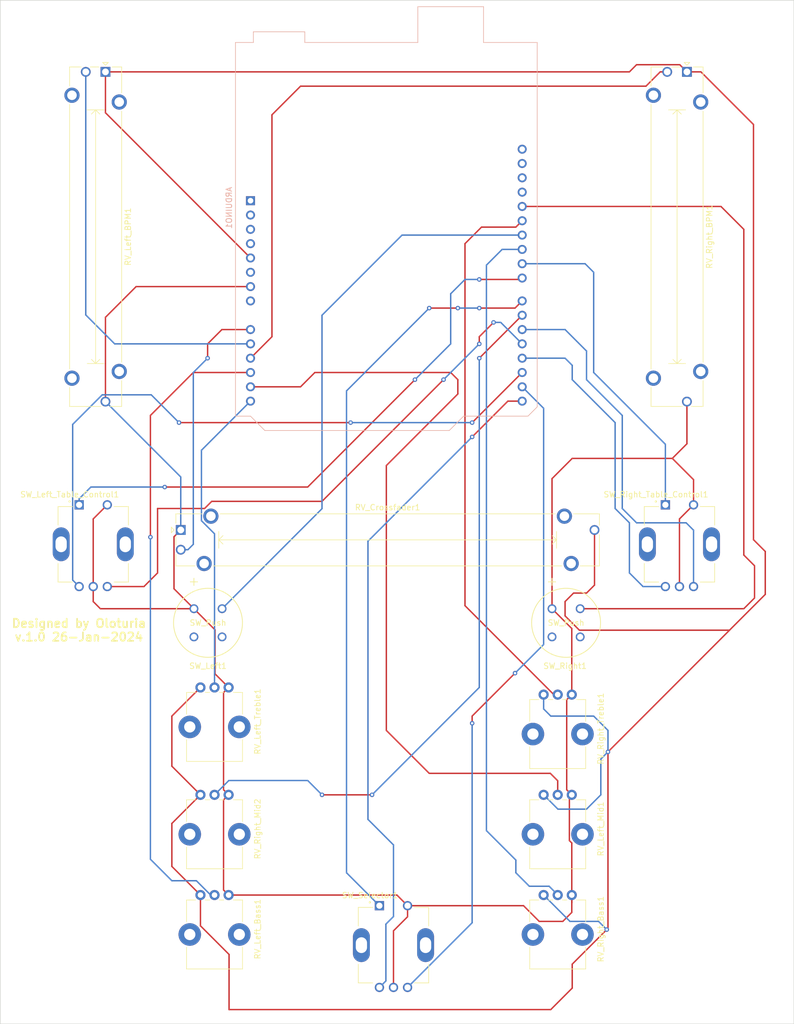
<source format=kicad_pcb>
(kicad_pcb (version 20171130) (host pcbnew 5.1.5+dfsg1-2build2)

  (general
    (thickness 1.6)
    (drawings 5)
    (tracks 278)
    (zones 0)
    (modules 15)
    (nets 33)
  )

  (page A4)
  (layers
    (0 F.Cu signal)
    (31 B.Cu signal)
    (32 B.Adhes user)
    (33 F.Adhes user)
    (34 B.Paste user)
    (35 F.Paste user)
    (36 B.SilkS user)
    (37 F.SilkS user)
    (38 B.Mask user)
    (39 F.Mask user)
    (40 Dwgs.User user)
    (41 Cmts.User user)
    (42 Eco1.User user)
    (43 Eco2.User user)
    (44 Edge.Cuts user)
    (45 Margin user)
    (46 B.CrtYd user)
    (47 F.CrtYd user)
    (48 B.Fab user)
    (49 F.Fab user)
  )

  (setup
    (last_trace_width 0.25)
    (trace_clearance 0.2)
    (zone_clearance 0.508)
    (zone_45_only no)
    (trace_min 0.2)
    (via_size 0.8)
    (via_drill 0.4)
    (via_min_size 0.4)
    (via_min_drill 0.3)
    (uvia_size 0.3)
    (uvia_drill 0.1)
    (uvias_allowed no)
    (uvia_min_size 0.2)
    (uvia_min_drill 0.1)
    (edge_width 0.05)
    (segment_width 0.2)
    (pcb_text_width 0.3)
    (pcb_text_size 1.5 1.5)
    (mod_edge_width 0.12)
    (mod_text_size 1 1)
    (mod_text_width 0.15)
    (pad_size 1.524 1.524)
    (pad_drill 0.762)
    (pad_to_mask_clearance 0.051)
    (solder_mask_min_width 0.25)
    (aux_axis_origin 0 0)
    (visible_elements FFFFFF7F)
    (pcbplotparams
      (layerselection 0x010fc_ffffffff)
      (usegerberextensions false)
      (usegerberattributes false)
      (usegerberadvancedattributes false)
      (creategerberjobfile false)
      (excludeedgelayer true)
      (linewidth 0.100000)
      (plotframeref false)
      (viasonmask false)
      (mode 1)
      (useauxorigin false)
      (hpglpennumber 1)
      (hpglpenspeed 20)
      (hpglpendiameter 15.000000)
      (psnegative false)
      (psa4output false)
      (plotreference false)
      (plotvalue false)
      (plotinvisibletext false)
      (padsonsilk false)
      (subtractmaskfromsilk false)
      (outputformat 1)
      (mirror false)
      (drillshape 0)
      (scaleselection 1)
      (outputdirectory "./"))
  )

  (net 0 "")
  (net 1 "Net-(ARDUINO1-Pad16)")
  (net 2 "Net-(ARDUINO1-Pad15)")
  (net 3 "Net-(ARDUINO1-Pad30)")
  (net 4 "Net-(ARDUINO1-Pad14)")
  (net 5 "Net-(ARDUINO1-Pad29)")
  (net 6 "Net-(ARDUINO1-Pad13)")
  (net 7 "Net-(ARDUINO1-Pad28)")
  (net 8 "Net-(ARDUINO1-Pad12)")
  (net 9 "Net-(ARDUINO1-Pad27)")
  (net 10 "Net-(ARDUINO1-Pad11)")
  (net 11 "Net-(ARDUINO1-Pad26)")
  (net 12 "Net-(ARDUINO1-Pad10)")
  (net 13 "Net-(ARDUINO1-Pad25)")
  (net 14 "Net-(ARDUINO1-Pad9)")
  (net 15 "Net-(ARDUINO1-Pad24)")
  (net 16 "Net-(ARDUINO1-Pad8)")
  (net 17 "Net-(ARDUINO1-Pad23)")
  (net 18 "Net-(ARDUINO1-Pad7)")
  (net 19 "Net-(ARDUINO1-Pad22)")
  (net 20 "Net-(ARDUINO1-Pad6)")
  (net 21 "Net-(ARDUINO1-Pad21)")
  (net 22 "Net-(ARDUINO1-Pad5)")
  (net 23 "Net-(ARDUINO1-Pad20)")
  (net 24 "Net-(ARDUINO1-Pad4)")
  (net 25 "Net-(ARDUINO1-Pad19)")
  (net 26 "Net-(ARDUINO1-Pad3)")
  (net 27 "Net-(ARDUINO1-Pad18)")
  (net 28 "Net-(ARDUINO1-Pad2)")
  (net 29 "Net-(ARDUINO1-Pad17)")
  (net 30 "Net-(ARDUINO1-Pad1)")
  (net 31 "Net-(ARDUINO1-Pad31)")
  (net 32 "Net-(ARDUINO1-Pad32)")

  (net_class Default "This is the default net class."
    (clearance 0.2)
    (trace_width 0.25)
    (via_dia 0.8)
    (via_drill 0.4)
    (uvia_dia 0.3)
    (uvia_drill 0.1)
    (add_net "Net-(ARDUINO1-Pad1)")
    (add_net "Net-(ARDUINO1-Pad10)")
    (add_net "Net-(ARDUINO1-Pad11)")
    (add_net "Net-(ARDUINO1-Pad12)")
    (add_net "Net-(ARDUINO1-Pad13)")
    (add_net "Net-(ARDUINO1-Pad14)")
    (add_net "Net-(ARDUINO1-Pad15)")
    (add_net "Net-(ARDUINO1-Pad16)")
    (add_net "Net-(ARDUINO1-Pad17)")
    (add_net "Net-(ARDUINO1-Pad18)")
    (add_net "Net-(ARDUINO1-Pad19)")
    (add_net "Net-(ARDUINO1-Pad2)")
    (add_net "Net-(ARDUINO1-Pad20)")
    (add_net "Net-(ARDUINO1-Pad21)")
    (add_net "Net-(ARDUINO1-Pad22)")
    (add_net "Net-(ARDUINO1-Pad23)")
    (add_net "Net-(ARDUINO1-Pad24)")
    (add_net "Net-(ARDUINO1-Pad25)")
    (add_net "Net-(ARDUINO1-Pad26)")
    (add_net "Net-(ARDUINO1-Pad27)")
    (add_net "Net-(ARDUINO1-Pad28)")
    (add_net "Net-(ARDUINO1-Pad29)")
    (add_net "Net-(ARDUINO1-Pad3)")
    (add_net "Net-(ARDUINO1-Pad30)")
    (add_net "Net-(ARDUINO1-Pad31)")
    (add_net "Net-(ARDUINO1-Pad32)")
    (add_net "Net-(ARDUINO1-Pad4)")
    (add_net "Net-(ARDUINO1-Pad5)")
    (add_net "Net-(ARDUINO1-Pad6)")
    (add_net "Net-(ARDUINO1-Pad7)")
    (add_net "Net-(ARDUINO1-Pad8)")
    (add_net "Net-(ARDUINO1-Pad9)")
  )

  (module digikey-footprints:XDCR_PEC11R-4215F-S0024 (layer F.Cu) (tedit 65AB1F6A) (tstamp 65AC42C0)
    (at 95.25 180.34)
    (path /6597C931)
    (fp_text reference SW_Selector1 (at -4.175 -8.835) (layer F.SilkS)
      (effects (font (size 1 1) (thickness 0.15)))
    )
    (fp_text value Rotary_Encoder_Switch (at 7.255 9.315) (layer F.Fab)
      (effects (font (size 1 1) (thickness 0.15)))
    )
    (fp_circle (center -4.2 -7.6) (end -4.1 -7.6) (layer F.Fab) (width 0.2))
    (fp_circle (center -4.2 -7.6) (end -4.1 -7.6) (layer F.SilkS) (width 0.2))
    (fp_line (start 7.45 -8.1) (end -7.45 -8.1) (layer F.CrtYd) (width 0.05))
    (fp_line (start 7.45 8.6) (end 7.45 -8.1) (layer F.CrtYd) (width 0.05))
    (fp_line (start -7.45 8.6) (end 7.45 8.6) (layer F.CrtYd) (width 0.05))
    (fp_line (start -7.45 -8.1) (end -7.45 8.6) (layer F.CrtYd) (width 0.05))
    (fp_circle (center 0 0) (end 3 0) (layer F.Fab) (width 0.127))
    (fp_line (start 6.25 6.7) (end 6.25 3.4) (layer F.SilkS) (width 0.127))
    (fp_line (start 3.7 6.7) (end 6.25 6.7) (layer F.SilkS) (width 0.127))
    (fp_line (start -6.25 6.7) (end -3.7 6.7) (layer F.SilkS) (width 0.127))
    (fp_line (start -6.25 3.4) (end -6.25 6.7) (layer F.SilkS) (width 0.127))
    (fp_line (start 6.25 -6.7) (end 6.25 -3.4) (layer F.SilkS) (width 0.127))
    (fp_line (start 3.7 -6.7) (end 6.25 -6.7) (layer F.SilkS) (width 0.127))
    (fp_line (start -6.25 -6.7) (end -3.7 -6.7) (layer F.SilkS) (width 0.127))
    (fp_line (start -6.25 -3.4) (end -6.25 -6.7) (layer F.SilkS) (width 0.127))
    (fp_line (start -6.25 6.7) (end -6.25 -6.7) (layer F.Fab) (width 0.127))
    (fp_line (start 6.25 6.7) (end -6.25 6.7) (layer F.Fab) (width 0.127))
    (fp_line (start 6.25 -6.7) (end 6.25 6.7) (layer F.Fab) (width 0.127))
    (fp_line (start -6.25 -6.7) (end 6.25 -6.7) (layer F.Fab) (width 0.127))
    (pad COM thru_hole oval (at 5.7 0) (size 3 6) (drill oval 2 2.8) (layers *.Cu *.Mask)
      (solder_mask_margin 0.102))
    (pad COM thru_hole oval (at -5.7 0) (size 3 6) (drill oval 2 2.8) (layers *.Cu *.Mask)
      (solder_mask_margin 0.102))
    (pad B thru_hole circle (at 2.5 7.5) (size 1.65 1.65) (drill 1.1) (layers *.Cu *.Mask)
      (net 1 "Net-(ARDUINO1-Pad16)") (solder_mask_margin 0.102))
    (pad C thru_hole circle (at 0 7.5) (size 1.65 1.65) (drill 1.1) (layers *.Cu *.Mask)
      (net 18 "Net-(ARDUINO1-Pad7)") (solder_mask_margin 0.102))
    (pad A thru_hole circle (at -2.5 7.5) (size 1.65 1.65) (drill 1.1) (layers *.Cu *.Mask)
      (net 2 "Net-(ARDUINO1-Pad15)") (solder_mask_margin 0.102))
    (pad S2 thru_hole circle (at 2.5 -7) (size 1.65 1.65) (drill 1.1) (layers *.Cu *.Mask)
      (net 18 "Net-(ARDUINO1-Pad7)") (solder_mask_margin 0.102))
    (pad S1 thru_hole rect (at -2.5 -7) (size 1.65 1.65) (drill 1.1) (layers *.Cu *.Mask)
      (net 19 "Net-(ARDUINO1-Pad22)") (solder_mask_margin 0.102))
  )

  (module digikey-footprints:XDCR_PEC11R-4215F-S0024 (layer F.Cu) (tedit 65AB1F6A) (tstamp 65AC42A2)
    (at 146.05 109.22)
    (path /6597DC98)
    (fp_text reference SW_Right_Table_Control1 (at -4.175 -8.835) (layer F.SilkS)
      (effects (font (size 1 1) (thickness 0.15)))
    )
    (fp_text value Rotary_Encoder_Switch (at 7.255 9.315) (layer F.Fab)
      (effects (font (size 1 1) (thickness 0.15)))
    )
    (fp_circle (center -4.2 -7.6) (end -4.1 -7.6) (layer F.Fab) (width 0.2))
    (fp_circle (center -4.2 -7.6) (end -4.1 -7.6) (layer F.SilkS) (width 0.2))
    (fp_line (start 7.45 -8.1) (end -7.45 -8.1) (layer F.CrtYd) (width 0.05))
    (fp_line (start 7.45 8.6) (end 7.45 -8.1) (layer F.CrtYd) (width 0.05))
    (fp_line (start -7.45 8.6) (end 7.45 8.6) (layer F.CrtYd) (width 0.05))
    (fp_line (start -7.45 -8.1) (end -7.45 8.6) (layer F.CrtYd) (width 0.05))
    (fp_circle (center 0 0) (end 3 0) (layer F.Fab) (width 0.127))
    (fp_line (start 6.25 6.7) (end 6.25 3.4) (layer F.SilkS) (width 0.127))
    (fp_line (start 3.7 6.7) (end 6.25 6.7) (layer F.SilkS) (width 0.127))
    (fp_line (start -6.25 6.7) (end -3.7 6.7) (layer F.SilkS) (width 0.127))
    (fp_line (start -6.25 3.4) (end -6.25 6.7) (layer F.SilkS) (width 0.127))
    (fp_line (start 6.25 -6.7) (end 6.25 -3.4) (layer F.SilkS) (width 0.127))
    (fp_line (start 3.7 -6.7) (end 6.25 -6.7) (layer F.SilkS) (width 0.127))
    (fp_line (start -6.25 -6.7) (end -3.7 -6.7) (layer F.SilkS) (width 0.127))
    (fp_line (start -6.25 -3.4) (end -6.25 -6.7) (layer F.SilkS) (width 0.127))
    (fp_line (start -6.25 6.7) (end -6.25 -6.7) (layer F.Fab) (width 0.127))
    (fp_line (start 6.25 6.7) (end -6.25 6.7) (layer F.Fab) (width 0.127))
    (fp_line (start 6.25 -6.7) (end 6.25 6.7) (layer F.Fab) (width 0.127))
    (fp_line (start -6.25 -6.7) (end 6.25 -6.7) (layer F.Fab) (width 0.127))
    (pad COM thru_hole oval (at 5.7 0) (size 3 6) (drill oval 2 2.8) (layers *.Cu *.Mask)
      (solder_mask_margin 0.102))
    (pad COM thru_hole oval (at -5.7 0) (size 3 6) (drill oval 2 2.8) (layers *.Cu *.Mask)
      (solder_mask_margin 0.102))
    (pad B thru_hole circle (at 2.5 7.5) (size 1.65 1.65) (drill 1.1) (layers *.Cu *.Mask)
      (net 23 "Net-(ARDUINO1-Pad20)") (solder_mask_margin 0.102))
    (pad C thru_hole circle (at 0 7.5) (size 1.65 1.65) (drill 1.1) (layers *.Cu *.Mask)
      (net 18 "Net-(ARDUINO1-Pad7)") (solder_mask_margin 0.102))
    (pad A thru_hole circle (at -2.5 7.5) (size 1.65 1.65) (drill 1.1) (layers *.Cu *.Mask)
      (net 27 "Net-(ARDUINO1-Pad18)") (solder_mask_margin 0.102))
    (pad S2 thru_hole circle (at 2.5 -7) (size 1.65 1.65) (drill 1.1) (layers *.Cu *.Mask)
      (net 18 "Net-(ARDUINO1-Pad7)") (solder_mask_margin 0.102))
    (pad S1 thru_hole rect (at -2.5 -7) (size 1.65 1.65) (drill 1.1) (layers *.Cu *.Mask)
      (net 15 "Net-(ARDUINO1-Pad24)") (solder_mask_margin 0.102))
  )

  (module digikey-footprints:XDCR_PEC11R-4215F-S0024 (layer F.Cu) (tedit 65AB1F6A) (tstamp 65AC4256)
    (at 41.91 109.22)
    (path /6597D2A5)
    (fp_text reference SW_Left_Table_Control1 (at -4.175 -8.835) (layer F.SilkS)
      (effects (font (size 1 1) (thickness 0.15)))
    )
    (fp_text value Rotary_Encoder_Switch (at 7.255 9.315) (layer F.Fab)
      (effects (font (size 1 1) (thickness 0.15)))
    )
    (fp_circle (center -4.2 -7.6) (end -4.1 -7.6) (layer F.Fab) (width 0.2))
    (fp_circle (center -4.2 -7.6) (end -4.1 -7.6) (layer F.SilkS) (width 0.2))
    (fp_line (start 7.45 -8.1) (end -7.45 -8.1) (layer F.CrtYd) (width 0.05))
    (fp_line (start 7.45 8.6) (end 7.45 -8.1) (layer F.CrtYd) (width 0.05))
    (fp_line (start -7.45 8.6) (end 7.45 8.6) (layer F.CrtYd) (width 0.05))
    (fp_line (start -7.45 -8.1) (end -7.45 8.6) (layer F.CrtYd) (width 0.05))
    (fp_circle (center 0 0) (end 3 0) (layer F.Fab) (width 0.127))
    (fp_line (start 6.25 6.7) (end 6.25 3.4) (layer F.SilkS) (width 0.127))
    (fp_line (start 3.7 6.7) (end 6.25 6.7) (layer F.SilkS) (width 0.127))
    (fp_line (start -6.25 6.7) (end -3.7 6.7) (layer F.SilkS) (width 0.127))
    (fp_line (start -6.25 3.4) (end -6.25 6.7) (layer F.SilkS) (width 0.127))
    (fp_line (start 6.25 -6.7) (end 6.25 -3.4) (layer F.SilkS) (width 0.127))
    (fp_line (start 3.7 -6.7) (end 6.25 -6.7) (layer F.SilkS) (width 0.127))
    (fp_line (start -6.25 -6.7) (end -3.7 -6.7) (layer F.SilkS) (width 0.127))
    (fp_line (start -6.25 -3.4) (end -6.25 -6.7) (layer F.SilkS) (width 0.127))
    (fp_line (start -6.25 6.7) (end -6.25 -6.7) (layer F.Fab) (width 0.127))
    (fp_line (start 6.25 6.7) (end -6.25 6.7) (layer F.Fab) (width 0.127))
    (fp_line (start 6.25 -6.7) (end 6.25 6.7) (layer F.Fab) (width 0.127))
    (fp_line (start -6.25 -6.7) (end 6.25 -6.7) (layer F.Fab) (width 0.127))
    (pad COM thru_hole oval (at 5.7 0) (size 3 6) (drill oval 2 2.8) (layers *.Cu *.Mask)
      (solder_mask_margin 0.102))
    (pad COM thru_hole oval (at -5.7 0) (size 3 6) (drill oval 2 2.8) (layers *.Cu *.Mask)
      (solder_mask_margin 0.102))
    (pad B thru_hole circle (at 2.5 7.5) (size 1.65 1.65) (drill 1.1) (layers *.Cu *.Mask)
      (net 25 "Net-(ARDUINO1-Pad19)") (solder_mask_margin 0.102))
    (pad C thru_hole circle (at 0 7.5) (size 1.65 1.65) (drill 1.1) (layers *.Cu *.Mask)
      (net 18 "Net-(ARDUINO1-Pad7)") (solder_mask_margin 0.102))
    (pad A thru_hole circle (at -2.5 7.5) (size 1.65 1.65) (drill 1.1) (layers *.Cu *.Mask)
      (net 29 "Net-(ARDUINO1-Pad17)") (solder_mask_margin 0.102))
    (pad S2 thru_hole circle (at 2.5 -7) (size 1.65 1.65) (drill 1.1) (layers *.Cu *.Mask)
      (net 18 "Net-(ARDUINO1-Pad7)") (solder_mask_margin 0.102))
    (pad S1 thru_hole rect (at -2.5 -7) (size 1.65 1.65) (drill 1.1) (layers *.Cu *.Mask)
      (net 17 "Net-(ARDUINO1-Pad23)") (solder_mask_margin 0.102))
  )

  (module digikey-footprints:D6R90F2LFS (layer F.Cu) (tedit 0) (tstamp 65AB2545)
    (at 123.4104 120.65)
    (path /6597C315)
    (fp_text reference SW_Right1 (at 2.3196 10.16) (layer F.SilkS)
      (effects (font (size 1 1) (thickness 0.15)))
    )
    (fp_text value SW_Push (at 2.5 2.499995) (layer F.SilkS)
      (effects (font (size 1 1) (thickness 0.15)))
    )
    (fp_text user "Copyright 2016 Accelerated Designs. All rights reserved." (at 0 0) (layer Cmts.User)
      (effects (font (size 0.127 0.127) (thickness 0.002)))
    )
    (fp_line (start -0.07287 -3.748405) (end 5.07287 -3.748405) (layer F.CrtYd) (width 0.1524))
    (fp_line (start 5.07287 -3.748405) (end 8.7484 -0.072875) (layer F.CrtYd) (width 0.1524))
    (fp_line (start 8.7484 -0.072875) (end 8.7484 5.072865) (layer F.CrtYd) (width 0.1524))
    (fp_line (start 8.7484 5.072865) (end 5.07287 8.748395) (layer F.CrtYd) (width 0.1524))
    (fp_line (start 5.07287 8.748395) (end -0.07287 8.748395) (layer F.CrtYd) (width 0.1524))
    (fp_line (start -0.07287 8.748395) (end -3.7484 5.072865) (layer F.CrtYd) (width 0.1524))
    (fp_line (start -3.7484 5.072865) (end -3.7484 -0.072875) (layer F.CrtYd) (width 0.1524))
    (fp_line (start -3.7484 -0.072875) (end -0.07287 -3.748405) (layer F.CrtYd) (width 0.1524))
    (fp_line (start 0 -4.129405) (end 0 -5.399405) (layer F.Fab) (width 0.1524))
    (fp_line (start -0.635 -4.764405) (end 0.635 -4.764405) (layer F.Fab) (width 0.1524))
    (fp_line (start 0 -4.129405) (end 0 -5.399405) (layer F.SilkS) (width 0.1524))
    (fp_line (start -0.635 -4.764405) (end 0.635 -4.764405) (layer F.SilkS) (width 0.1524))
    (fp_circle (center 2.5 2.499995) (end 6.9958 2.499995) (layer F.Fab) (width 0.1524))
    (fp_circle (center 2.5 2.499995) (end 8.6214 2.499995) (layer F.SilkS) (width 0.1524))
    (fp_circle (center 2.5 2.499995) (end 8.4944 2.499995) (layer F.Fab) (width 0.1524))
    (pad 4 thru_hole circle (at 0 4.99999) (size 1.5748 1.5748) (drill 1.0668) (layers *.Cu *.Mask))
    (pad 3 thru_hole circle (at 5 4.99999) (size 1.5748 1.5748) (drill 1.0668) (layers *.Cu *.Mask))
    (pad 2 thru_hole circle (at 5 0) (size 1.5748 1.5748) (drill 1.0668) (layers *.Cu *.Mask)
      (net 7 "Net-(ARDUINO1-Pad28)"))
    (pad 1 thru_hole circle (at 0 0) (size 1.5748 1.5748) (drill 1.0668) (layers *.Cu *.Mask)
      (net 18 "Net-(ARDUINO1-Pad7)"))
  )

  (module digikey-footprints:D6R90F2LFS (layer F.Cu) (tedit 0) (tstamp 65AB250F)
    (at 59.7996 120.65)
    (path /6597BE83)
    (fp_text reference SW_Left1 (at 2.5 10.16) (layer F.SilkS)
      (effects (font (size 1 1) (thickness 0.15)))
    )
    (fp_text value SW_Push (at 2.5 2.499995) (layer F.SilkS)
      (effects (font (size 1 1) (thickness 0.15)))
    )
    (fp_text user "Copyright 2016 Accelerated Designs. All rights reserved." (at 0 0) (layer Cmts.User)
      (effects (font (size 0.127 0.127) (thickness 0.002)))
    )
    (fp_line (start -0.07287 -3.748405) (end 5.07287 -3.748405) (layer F.CrtYd) (width 0.1524))
    (fp_line (start 5.07287 -3.748405) (end 8.7484 -0.072875) (layer F.CrtYd) (width 0.1524))
    (fp_line (start 8.7484 -0.072875) (end 8.7484 5.072865) (layer F.CrtYd) (width 0.1524))
    (fp_line (start 8.7484 5.072865) (end 5.07287 8.748395) (layer F.CrtYd) (width 0.1524))
    (fp_line (start 5.07287 8.748395) (end -0.07287 8.748395) (layer F.CrtYd) (width 0.1524))
    (fp_line (start -0.07287 8.748395) (end -3.7484 5.072865) (layer F.CrtYd) (width 0.1524))
    (fp_line (start -3.7484 5.072865) (end -3.7484 -0.072875) (layer F.CrtYd) (width 0.1524))
    (fp_line (start -3.7484 -0.072875) (end -0.07287 -3.748405) (layer F.CrtYd) (width 0.1524))
    (fp_line (start 0 -4.129405) (end 0 -5.399405) (layer F.Fab) (width 0.1524))
    (fp_line (start -0.635 -4.764405) (end 0.635 -4.764405) (layer F.Fab) (width 0.1524))
    (fp_line (start 0 -4.129405) (end 0 -5.399405) (layer F.SilkS) (width 0.1524))
    (fp_line (start -0.635 -4.764405) (end 0.635 -4.764405) (layer F.SilkS) (width 0.1524))
    (fp_circle (center 2.5 2.499995) (end 6.9958 2.499995) (layer F.Fab) (width 0.1524))
    (fp_circle (center 2.5 2.499995) (end 8.6214 2.499995) (layer F.SilkS) (width 0.1524))
    (fp_circle (center 2.5 2.499995) (end 8.4944 2.499995) (layer F.Fab) (width 0.1524))
    (pad 4 thru_hole circle (at 0 4.99999) (size 1.5748 1.5748) (drill 1.0668) (layers *.Cu *.Mask))
    (pad 3 thru_hole circle (at 5 4.99999) (size 1.5748 1.5748) (drill 1.0668) (layers *.Cu *.Mask))
    (pad 2 thru_hole circle (at 5 0) (size 1.5748 1.5748) (drill 1.0668) (layers *.Cu *.Mask)
      (net 11 "Net-(ARDUINO1-Pad26)"))
    (pad 1 thru_hole circle (at 0 0) (size 1.5748 1.5748) (drill 1.0668) (layers *.Cu *.Mask)
      (net 18 "Net-(ARDUINO1-Pad7)"))
  )

  (module Potentiometer_THT:Potentiometer_Bourns_PTA6043_Single_Slide (layer F.Cu) (tedit 5B92F08E) (tstamp 65AB23F7)
    (at 57.46 106.68)
    (descr "Bourns single-gang slide potentiometer, 60.0mm travel, https://www.bourns.com/docs/Product-Datasheets/pta.pdf")
    (tags "Bourns single-gang slide potentiometer 60.0mm")
    (path /659775A2)
    (fp_text reference RV_Crossfader1 (at 36.75 -4) (layer F.SilkS)
      (effects (font (size 1 1) (thickness 0.15)))
    )
    (fp_text value R_POT (at 36.75 7.5) (layer F.Fab)
      (effects (font (size 1 1) (thickness 0.15)))
    )
    (fp_circle (center 1.25 1.75) (end 2.25 1.75) (layer F.Fab) (width 0.1))
    (fp_circle (center 72.25 1.75) (end 73.25 1.75) (layer F.Fab) (width 0.1))
    (fp_line (start 0.25 -2.75) (end 74.25 -2.75) (layer F.Fab) (width 0.1))
    (fp_line (start 74.25 -2.75) (end 74.25 6.25) (layer F.Fab) (width 0.1))
    (fp_line (start 74.25 6.25) (end -0.75 6.25) (layer F.Fab) (width 0.1))
    (fp_line (start -0.75 6.25) (end -0.75 -1.75) (layer F.Fab) (width 0.1))
    (fp_line (start -0.75 -1.75) (end 0.25 -2.75) (layer F.Fab) (width 0.1))
    (fp_line (start -0.87 -2.87) (end 3.715 -2.87) (layer F.SilkS) (width 0.12))
    (fp_line (start 6.986 -2.87) (end 66.515 -2.87) (layer F.SilkS) (width 0.12))
    (fp_line (start 69.786 -2.87) (end 74.37 -2.87) (layer F.SilkS) (width 0.12))
    (fp_line (start -0.87 6.37) (end 2.515 6.37) (layer F.SilkS) (width 0.12))
    (fp_line (start 5.786 6.37) (end 67.715 6.37) (layer F.SilkS) (width 0.12))
    (fp_line (start 70.986 6.37) (end 74.37 6.37) (layer F.SilkS) (width 0.12))
    (fp_line (start -0.87 -2.87) (end -0.87 -1.175) (layer F.SilkS) (width 0.12))
    (fp_line (start -0.87 1.175) (end -0.87 2.678) (layer F.SilkS) (width 0.12))
    (fp_line (start -0.87 4.323) (end -0.87 6.37) (layer F.SilkS) (width 0.12))
    (fp_line (start 74.37 -2.87) (end 74.37 -0.823) (layer F.SilkS) (width 0.12))
    (fp_line (start 74.37 0.823) (end 74.37 6.37) (layer F.SilkS) (width 0.12))
    (fp_line (start -1.175 0) (end -1.675 -0.5) (layer F.SilkS) (width 0.12))
    (fp_line (start -1.675 -0.5) (end -1.675 0.5) (layer F.SilkS) (width 0.12))
    (fp_line (start -1.675 0.5) (end -1.175 0) (layer F.SilkS) (width 0.12))
    (fp_line (start 6.75 1.75) (end 66.75 1.75) (layer F.SilkS) (width 0.12))
    (fp_line (start 6.75 0.25) (end 6.75 3.25) (layer F.SilkS) (width 0.12))
    (fp_line (start 7.5 1) (end 6.75 1.75) (layer F.SilkS) (width 0.12))
    (fp_line (start 6.75 1.75) (end 7.5 2.5) (layer F.SilkS) (width 0.12))
    (fp_line (start 66.75 0.25) (end 66.75 3.25) (layer F.SilkS) (width 0.12))
    (fp_line (start 66 1) (end 66.75 1.75) (layer F.SilkS) (width 0.12))
    (fp_line (start 66.75 1.75) (end 66 2.5) (layer F.SilkS) (width 0.12))
    (fp_line (start -1.25 -3.25) (end -1.25 6.75) (layer F.CrtYd) (width 0.05))
    (fp_line (start -1.25 6.75) (end 74.75 6.75) (layer F.CrtYd) (width 0.05))
    (fp_line (start 74.75 6.75) (end 74.75 -3.25) (layer F.CrtYd) (width 0.05))
    (fp_line (start 74.75 -3.25) (end -1.25 -3.25) (layer F.CrtYd) (width 0.05))
    (fp_text user %R (at 36.75 1.75) (layer F.Fab)
      (effects (font (size 1 1) (thickness 0.15)))
    )
    (pad MP thru_hole circle (at 69.35 5.95) (size 2.7 2.7) (drill 1.7) (layers *.Cu *.Mask))
    (pad MP thru_hole circle (at 4.15 5.95) (size 2.7 2.7) (drill 1.7) (layers *.Cu *.Mask))
    (pad MP thru_hole circle (at 68.15 -2.45) (size 2.7 2.7) (drill 1.7) (layers *.Cu *.Mask))
    (pad MP thru_hole circle (at 5.35 -2.45) (size 2.7 2.7) (drill 1.7) (layers *.Cu *.Mask))
    (pad 3 thru_hole circle (at 73.5 0) (size 1.75 1.75) (drill 1.2) (layers *.Cu *.Mask)
      (net 22 "Net-(ARDUINO1-Pad5)"))
    (pad 2 thru_hole circle (at 0 3.5) (size 1.75 1.75) (drill 1.2) (layers *.Cu *.Mask)
      (net 14 "Net-(ARDUINO1-Pad9)"))
    (pad 1 thru_hole rect (at 0 0) (size 1.75 1.75) (drill 1.2) (layers *.Cu *.Mask)
      (net 18 "Net-(ARDUINO1-Pad7)"))
    (model ${KISYS3DMOD}/Potentiometer_THT.3dshapes/Potentiometer_Bourns_PTA6043_Single_Slide.wrl
      (at (xyz 0 0 0))
      (scale (xyz 1 1 1))
      (rotate (xyz 0 0 0))
    )
  )

  (module Potentiometer_THT:Potentiometer_Bourns_PTV09A-1_Single_Vertical (layer F.Cu) (tedit 5A3D4993) (tstamp 65AB24F7)
    (at 121.92 135.89 270)
    (descr "Potentiometer, vertical, Bourns PTV09A-1 Single, http://www.bourns.com/docs/Product-Datasheets/ptv09.pdf")
    (tags "Potentiometer vertical Bourns PTV09A-1 Single")
    (path /65976F71)
    (fp_text reference RV_Right_Treble1 (at 6.05 -10.15 90) (layer F.SilkS)
      (effects (font (size 1 1) (thickness 0.15)))
    )
    (fp_text value R_POT (at 6.05 5.15 90) (layer F.Fab)
      (effects (font (size 1 1) (thickness 0.15)))
    )
    (fp_circle (center 7.5 -2.5) (end 10.5 -2.5) (layer F.Fab) (width 0.1))
    (fp_line (start 1 -7.35) (end 1 2.35) (layer F.Fab) (width 0.1))
    (fp_line (start 1 2.35) (end 13 2.35) (layer F.Fab) (width 0.1))
    (fp_line (start 13 2.35) (end 13 -7.35) (layer F.Fab) (width 0.1))
    (fp_line (start 13 -7.35) (end 1 -7.35) (layer F.Fab) (width 0.1))
    (fp_line (start 0.88 -7.47) (end 4.745 -7.47) (layer F.SilkS) (width 0.12))
    (fp_line (start 9.255 -7.47) (end 13.12 -7.47) (layer F.SilkS) (width 0.12))
    (fp_line (start 0.88 2.47) (end 4.745 2.47) (layer F.SilkS) (width 0.12))
    (fp_line (start 9.255 2.47) (end 13.12 2.47) (layer F.SilkS) (width 0.12))
    (fp_line (start 0.88 -7.47) (end 0.88 -5.871) (layer F.SilkS) (width 0.12))
    (fp_line (start 0.88 -4.129) (end 0.88 -3.37) (layer F.SilkS) (width 0.12))
    (fp_line (start 0.88 -1.629) (end 0.88 -0.87) (layer F.SilkS) (width 0.12))
    (fp_line (start 0.88 0.87) (end 0.88 2.47) (layer F.SilkS) (width 0.12))
    (fp_line (start 13.12 -7.47) (end 13.12 2.47) (layer F.SilkS) (width 0.12))
    (fp_line (start -1.15 -9.15) (end -1.15 4.15) (layer F.CrtYd) (width 0.05))
    (fp_line (start -1.15 4.15) (end 13.25 4.15) (layer F.CrtYd) (width 0.05))
    (fp_line (start 13.25 4.15) (end 13.25 -9.15) (layer F.CrtYd) (width 0.05))
    (fp_line (start 13.25 -9.15) (end -1.15 -9.15) (layer F.CrtYd) (width 0.05))
    (fp_text user %R (at 2 -2.5) (layer F.Fab)
      (effects (font (size 1 1) (thickness 0.15)))
    )
    (pad "" np_thru_hole circle (at 7 1.9 270) (size 4 4) (drill 2) (layers *.Cu *.Mask))
    (pad "" np_thru_hole circle (at 7 -6.9 270) (size 4 4) (drill 2) (layers *.Cu *.Mask))
    (pad 1 thru_hole circle (at 0 0 270) (size 1.8 1.8) (drill 1) (layers *.Cu *.Mask)
      (net 22 "Net-(ARDUINO1-Pad5)"))
    (pad 2 thru_hole circle (at 0 -2.5 270) (size 1.8 1.8) (drill 1) (layers *.Cu *.Mask)
      (net 9 "Net-(ARDUINO1-Pad27)"))
    (pad 3 thru_hole circle (at 0 -5 270) (size 1.8 1.8) (drill 1) (layers *.Cu *.Mask)
      (net 18 "Net-(ARDUINO1-Pad7)"))
    (model ${KISYS3DMOD}/Potentiometer_THT.3dshapes/Potentiometer_Bourns_PTV09A-1_Single_Vertical.wrl
      (at (xyz 0 0 0))
      (scale (xyz 1 1 1))
      (rotate (xyz 0 0 0))
    )
  )

  (module Potentiometer_THT:Potentiometer_Bourns_PTA4543_Single_Slide (layer F.Cu) (tedit 5B92F08E) (tstamp 65AB24DB)
    (at 147.375 25.4 270)
    (descr "Bourns single-gang slide potentiometer, 45.0mm travel, https://www.bourns.com/docs/Product-Datasheets/pta.pdf")
    (tags "Bourns single-gang slide potentiometer 45.0mm")
    (path /6597BADA)
    (fp_text reference RV_Right_BPM1 (at 29.25 -4 90) (layer F.SilkS)
      (effects (font (size 1 1) (thickness 0.15)))
    )
    (fp_text value R_POT (at 29.25 7.5 90) (layer F.Fab)
      (effects (font (size 1 1) (thickness 0.15)))
    )
    (fp_circle (center 1.25 1.75) (end 2.25 1.75) (layer F.Fab) (width 0.1))
    (fp_circle (center 57.25 1.75) (end 58.25 1.75) (layer F.Fab) (width 0.1))
    (fp_line (start 0.25 -2.75) (end 59.25 -2.75) (layer F.Fab) (width 0.1))
    (fp_line (start 59.25 -2.75) (end 59.25 6.25) (layer F.Fab) (width 0.1))
    (fp_line (start 59.25 6.25) (end -0.75 6.25) (layer F.Fab) (width 0.1))
    (fp_line (start -0.75 6.25) (end -0.75 -1.75) (layer F.Fab) (width 0.1))
    (fp_line (start -0.75 -1.75) (end 0.25 -2.75) (layer F.Fab) (width 0.1))
    (fp_line (start -0.87 -2.87) (end 3.715 -2.87) (layer F.SilkS) (width 0.12))
    (fp_line (start 6.986 -2.87) (end 51.515 -2.87) (layer F.SilkS) (width 0.12))
    (fp_line (start 54.786 -2.87) (end 59.37 -2.87) (layer F.SilkS) (width 0.12))
    (fp_line (start -0.87 6.37) (end 2.515 6.37) (layer F.SilkS) (width 0.12))
    (fp_line (start 5.786 6.37) (end 52.715 6.37) (layer F.SilkS) (width 0.12))
    (fp_line (start 55.986 6.37) (end 59.37 6.37) (layer F.SilkS) (width 0.12))
    (fp_line (start -0.87 -2.87) (end -0.87 -1.175) (layer F.SilkS) (width 0.12))
    (fp_line (start -0.87 1.175) (end -0.87 2.678) (layer F.SilkS) (width 0.12))
    (fp_line (start -0.87 4.323) (end -0.87 6.37) (layer F.SilkS) (width 0.12))
    (fp_line (start 59.37 -2.87) (end 59.37 -0.823) (layer F.SilkS) (width 0.12))
    (fp_line (start 59.37 0.823) (end 59.37 6.37) (layer F.SilkS) (width 0.12))
    (fp_line (start -1.175 0) (end -1.675 -0.5) (layer F.SilkS) (width 0.12))
    (fp_line (start -1.675 -0.5) (end -1.675 0.5) (layer F.SilkS) (width 0.12))
    (fp_line (start -1.675 0.5) (end -1.175 0) (layer F.SilkS) (width 0.12))
    (fp_line (start 6.75 1.75) (end 51.75 1.75) (layer F.SilkS) (width 0.12))
    (fp_line (start 6.75 0.25) (end 6.75 3.25) (layer F.SilkS) (width 0.12))
    (fp_line (start 7.5 1) (end 6.75 1.75) (layer F.SilkS) (width 0.12))
    (fp_line (start 6.75 1.75) (end 7.5 2.5) (layer F.SilkS) (width 0.12))
    (fp_line (start 51.75 0.25) (end 51.75 3.25) (layer F.SilkS) (width 0.12))
    (fp_line (start 51 1) (end 51.75 1.75) (layer F.SilkS) (width 0.12))
    (fp_line (start 51.75 1.75) (end 51 2.5) (layer F.SilkS) (width 0.12))
    (fp_line (start -1.25 -3.25) (end -1.25 6.75) (layer F.CrtYd) (width 0.05))
    (fp_line (start -1.25 6.75) (end 59.75 6.75) (layer F.CrtYd) (width 0.05))
    (fp_line (start 59.75 6.75) (end 59.75 -3.25) (layer F.CrtYd) (width 0.05))
    (fp_line (start 59.75 -3.25) (end -1.25 -3.25) (layer F.CrtYd) (width 0.05))
    (fp_text user %R (at 29.25 1.75 90) (layer F.Fab)
      (effects (font (size 1 1) (thickness 0.15)))
    )
    (pad MP thru_hole circle (at 54.35 5.95 270) (size 2.7 2.7) (drill 1.7) (layers *.Cu *.Mask))
    (pad MP thru_hole circle (at 4.15 5.95 270) (size 2.7 2.7) (drill 1.7) (layers *.Cu *.Mask))
    (pad MP thru_hole circle (at 53.15 -2.45 270) (size 2.7 2.7) (drill 1.7) (layers *.Cu *.Mask))
    (pad MP thru_hole circle (at 5.35 -2.45 270) (size 2.7 2.7) (drill 1.7) (layers *.Cu *.Mask))
    (pad 3 thru_hole circle (at 58.5 0 270) (size 1.75 1.75) (drill 1.2) (layers *.Cu *.Mask)
      (net 18 "Net-(ARDUINO1-Pad7)"))
    (pad 2 thru_hole circle (at 0 3.5 270) (size 1.75 1.75) (drill 1.2) (layers *.Cu *.Mask)
      (net 10 "Net-(ARDUINO1-Pad11)"))
    (pad 1 thru_hole rect (at 0 0 270) (size 1.75 1.75) (drill 1.2) (layers *.Cu *.Mask)
      (net 22 "Net-(ARDUINO1-Pad5)"))
    (model ${KISYS3DMOD}/Potentiometer_THT.3dshapes/Potentiometer_Bourns_PTA4543_Single_Slide.wrl
      (at (xyz 0 0 0))
      (scale (xyz 1 1 1))
      (rotate (xyz 0 0 0))
    )
  )

  (module Potentiometer_THT:Potentiometer_Bourns_PTV09A-1_Single_Vertical (layer F.Cu) (tedit 5A3D4993) (tstamp 65AB24AF)
    (at 121.92 171.45 270)
    (descr "Potentiometer, vertical, Bourns PTV09A-1 Single, http://www.bourns.com/docs/Product-Datasheets/ptv09.pdf")
    (tags "Potentiometer vertical Bourns PTV09A-1 Single")
    (path /6597BAE0)
    (fp_text reference RV_Right_Bass1 (at 6.05 -10.15 90) (layer F.SilkS)
      (effects (font (size 1 1) (thickness 0.15)))
    )
    (fp_text value R_POT (at 6.05 5.15 90) (layer F.Fab)
      (effects (font (size 1 1) (thickness 0.15)))
    )
    (fp_circle (center 7.5 -2.5) (end 10.5 -2.5) (layer F.Fab) (width 0.1))
    (fp_line (start 1 -7.35) (end 1 2.35) (layer F.Fab) (width 0.1))
    (fp_line (start 1 2.35) (end 13 2.35) (layer F.Fab) (width 0.1))
    (fp_line (start 13 2.35) (end 13 -7.35) (layer F.Fab) (width 0.1))
    (fp_line (start 13 -7.35) (end 1 -7.35) (layer F.Fab) (width 0.1))
    (fp_line (start 0.88 -7.47) (end 4.745 -7.47) (layer F.SilkS) (width 0.12))
    (fp_line (start 9.255 -7.47) (end 13.12 -7.47) (layer F.SilkS) (width 0.12))
    (fp_line (start 0.88 2.47) (end 4.745 2.47) (layer F.SilkS) (width 0.12))
    (fp_line (start 9.255 2.47) (end 13.12 2.47) (layer F.SilkS) (width 0.12))
    (fp_line (start 0.88 -7.47) (end 0.88 -5.871) (layer F.SilkS) (width 0.12))
    (fp_line (start 0.88 -4.129) (end 0.88 -3.37) (layer F.SilkS) (width 0.12))
    (fp_line (start 0.88 -1.629) (end 0.88 -0.87) (layer F.SilkS) (width 0.12))
    (fp_line (start 0.88 0.87) (end 0.88 2.47) (layer F.SilkS) (width 0.12))
    (fp_line (start 13.12 -7.47) (end 13.12 2.47) (layer F.SilkS) (width 0.12))
    (fp_line (start -1.15 -9.15) (end -1.15 4.15) (layer F.CrtYd) (width 0.05))
    (fp_line (start -1.15 4.15) (end 13.25 4.15) (layer F.CrtYd) (width 0.05))
    (fp_line (start 13.25 4.15) (end 13.25 -9.15) (layer F.CrtYd) (width 0.05))
    (fp_line (start 13.25 -9.15) (end -1.15 -9.15) (layer F.CrtYd) (width 0.05))
    (fp_text user %R (at 2 -2.5) (layer F.Fab)
      (effects (font (size 1 1) (thickness 0.15)))
    )
    (pad "" np_thru_hole circle (at 7 1.9 270) (size 4 4) (drill 2) (layers *.Cu *.Mask))
    (pad "" np_thru_hole circle (at 7 -6.9 270) (size 4 4) (drill 2) (layers *.Cu *.Mask))
    (pad 1 thru_hole circle (at 0 0 270) (size 1.8 1.8) (drill 1) (layers *.Cu *.Mask)
      (net 22 "Net-(ARDUINO1-Pad5)"))
    (pad 2 thru_hole circle (at 0 -2.5 270) (size 1.8 1.8) (drill 1) (layers *.Cu *.Mask)
      (net 13 "Net-(ARDUINO1-Pad25)"))
    (pad 3 thru_hole circle (at 0 -5 270) (size 1.8 1.8) (drill 1) (layers *.Cu *.Mask)
      (net 18 "Net-(ARDUINO1-Pad7)"))
    (model ${KISYS3DMOD}/Potentiometer_THT.3dshapes/Potentiometer_Bourns_PTV09A-1_Single_Vertical.wrl
      (at (xyz 0 0 0))
      (scale (xyz 1 1 1))
      (rotate (xyz 0 0 0))
    )
  )

  (module Potentiometer_THT:Potentiometer_Bourns_PTV09A-1_Single_Vertical (layer F.Cu) (tedit 5A3D4993) (tstamp 65AB2493)
    (at 60.96 134.62 270)
    (descr "Potentiometer, vertical, Bourns PTV09A-1 Single, http://www.bourns.com/docs/Product-Datasheets/ptv09.pdf")
    (tags "Potentiometer vertical Bourns PTV09A-1 Single")
    (path /65976A6B)
    (fp_text reference RV_Left_Treble1 (at 6.05 -10.15 90) (layer F.SilkS)
      (effects (font (size 1 1) (thickness 0.15)))
    )
    (fp_text value R_POT (at 6.05 5.15 90) (layer F.Fab)
      (effects (font (size 1 1) (thickness 0.15)))
    )
    (fp_circle (center 7.5 -2.5) (end 10.5 -2.5) (layer F.Fab) (width 0.1))
    (fp_line (start 1 -7.35) (end 1 2.35) (layer F.Fab) (width 0.1))
    (fp_line (start 1 2.35) (end 13 2.35) (layer F.Fab) (width 0.1))
    (fp_line (start 13 2.35) (end 13 -7.35) (layer F.Fab) (width 0.1))
    (fp_line (start 13 -7.35) (end 1 -7.35) (layer F.Fab) (width 0.1))
    (fp_line (start 0.88 -7.47) (end 4.745 -7.47) (layer F.SilkS) (width 0.12))
    (fp_line (start 9.255 -7.47) (end 13.12 -7.47) (layer F.SilkS) (width 0.12))
    (fp_line (start 0.88 2.47) (end 4.745 2.47) (layer F.SilkS) (width 0.12))
    (fp_line (start 9.255 2.47) (end 13.12 2.47) (layer F.SilkS) (width 0.12))
    (fp_line (start 0.88 -7.47) (end 0.88 -5.871) (layer F.SilkS) (width 0.12))
    (fp_line (start 0.88 -4.129) (end 0.88 -3.37) (layer F.SilkS) (width 0.12))
    (fp_line (start 0.88 -1.629) (end 0.88 -0.87) (layer F.SilkS) (width 0.12))
    (fp_line (start 0.88 0.87) (end 0.88 2.47) (layer F.SilkS) (width 0.12))
    (fp_line (start 13.12 -7.47) (end 13.12 2.47) (layer F.SilkS) (width 0.12))
    (fp_line (start -1.15 -9.15) (end -1.15 4.15) (layer F.CrtYd) (width 0.05))
    (fp_line (start -1.15 4.15) (end 13.25 4.15) (layer F.CrtYd) (width 0.05))
    (fp_line (start 13.25 4.15) (end 13.25 -9.15) (layer F.CrtYd) (width 0.05))
    (fp_line (start 13.25 -9.15) (end -1.15 -9.15) (layer F.CrtYd) (width 0.05))
    (fp_text user %R (at 2 -2.5) (layer F.Fab)
      (effects (font (size 1 1) (thickness 0.15)))
    )
    (pad "" np_thru_hole circle (at 7 1.9 270) (size 4 4) (drill 2) (layers *.Cu *.Mask))
    (pad "" np_thru_hole circle (at 7 -6.9 270) (size 4 4) (drill 2) (layers *.Cu *.Mask))
    (pad 1 thru_hole circle (at 0 0 270) (size 1.8 1.8) (drill 1) (layers *.Cu *.Mask)
      (net 22 "Net-(ARDUINO1-Pad5)"))
    (pad 2 thru_hole circle (at 0 -2.5 270) (size 1.8 1.8) (drill 1) (layers *.Cu *.Mask)
      (net 4 "Net-(ARDUINO1-Pad14)"))
    (pad 3 thru_hole circle (at 0 -5 270) (size 1.8 1.8) (drill 1) (layers *.Cu *.Mask)
      (net 18 "Net-(ARDUINO1-Pad7)"))
    (model ${KISYS3DMOD}/Potentiometer_THT.3dshapes/Potentiometer_Bourns_PTV09A-1_Single_Vertical.wrl
      (at (xyz 0 0 0))
      (scale (xyz 1 1 1))
      (rotate (xyz 0 0 0))
    )
  )

  (module Potentiometer_THT:Potentiometer_Bourns_PTV09A-1_Single_Vertical (layer F.Cu) (tedit 5A3D4993) (tstamp 65AB2477)
    (at 60.96 153.67 270)
    (descr "Potentiometer, vertical, Bourns PTV09A-1 Single, http://www.bourns.com/docs/Product-Datasheets/ptv09.pdf")
    (tags "Potentiometer vertical Bourns PTV09A-1 Single")
    (path /6597BAE6)
    (fp_text reference RV_Right_Mid2 (at 6.05 -10.15 90) (layer F.SilkS)
      (effects (font (size 1 1) (thickness 0.15)))
    )
    (fp_text value R_POT (at 6.05 5.15 90) (layer F.Fab)
      (effects (font (size 1 1) (thickness 0.15)))
    )
    (fp_circle (center 7.5 -2.5) (end 10.5 -2.5) (layer F.Fab) (width 0.1))
    (fp_line (start 1 -7.35) (end 1 2.35) (layer F.Fab) (width 0.1))
    (fp_line (start 1 2.35) (end 13 2.35) (layer F.Fab) (width 0.1))
    (fp_line (start 13 2.35) (end 13 -7.35) (layer F.Fab) (width 0.1))
    (fp_line (start 13 -7.35) (end 1 -7.35) (layer F.Fab) (width 0.1))
    (fp_line (start 0.88 -7.47) (end 4.745 -7.47) (layer F.SilkS) (width 0.12))
    (fp_line (start 9.255 -7.47) (end 13.12 -7.47) (layer F.SilkS) (width 0.12))
    (fp_line (start 0.88 2.47) (end 4.745 2.47) (layer F.SilkS) (width 0.12))
    (fp_line (start 9.255 2.47) (end 13.12 2.47) (layer F.SilkS) (width 0.12))
    (fp_line (start 0.88 -7.47) (end 0.88 -5.871) (layer F.SilkS) (width 0.12))
    (fp_line (start 0.88 -4.129) (end 0.88 -3.37) (layer F.SilkS) (width 0.12))
    (fp_line (start 0.88 -1.629) (end 0.88 -0.87) (layer F.SilkS) (width 0.12))
    (fp_line (start 0.88 0.87) (end 0.88 2.47) (layer F.SilkS) (width 0.12))
    (fp_line (start 13.12 -7.47) (end 13.12 2.47) (layer F.SilkS) (width 0.12))
    (fp_line (start -1.15 -9.15) (end -1.15 4.15) (layer F.CrtYd) (width 0.05))
    (fp_line (start -1.15 4.15) (end 13.25 4.15) (layer F.CrtYd) (width 0.05))
    (fp_line (start 13.25 4.15) (end 13.25 -9.15) (layer F.CrtYd) (width 0.05))
    (fp_line (start 13.25 -9.15) (end -1.15 -9.15) (layer F.CrtYd) (width 0.05))
    (fp_text user %R (at 2 -2.5) (layer F.Fab)
      (effects (font (size 1 1) (thickness 0.15)))
    )
    (pad "" np_thru_hole circle (at 7 1.9 270) (size 4 4) (drill 2) (layers *.Cu *.Mask))
    (pad "" np_thru_hole circle (at 7 -6.9 270) (size 4 4) (drill 2) (layers *.Cu *.Mask))
    (pad 1 thru_hole circle (at 0 0 270) (size 1.8 1.8) (drill 1) (layers *.Cu *.Mask)
      (net 22 "Net-(ARDUINO1-Pad5)"))
    (pad 2 thru_hole circle (at 0 -2.5 270) (size 1.8 1.8) (drill 1) (layers *.Cu *.Mask)
      (net 21 "Net-(ARDUINO1-Pad21)"))
    (pad 3 thru_hole circle (at 0 -5 270) (size 1.8 1.8) (drill 1) (layers *.Cu *.Mask)
      (net 18 "Net-(ARDUINO1-Pad7)"))
    (model ${KISYS3DMOD}/Potentiometer_THT.3dshapes/Potentiometer_Bourns_PTV09A-1_Single_Vertical.wrl
      (at (xyz 0 0 0))
      (scale (xyz 1 1 1))
      (rotate (xyz 0 0 0))
    )
  )

  (module Potentiometer_THT:Potentiometer_Bourns_PTV09A-1_Single_Vertical (layer F.Cu) (tedit 5A3D4993) (tstamp 65AB245B)
    (at 121.92 153.67 270)
    (descr "Potentiometer, vertical, Bourns PTV09A-1 Single, http://www.bourns.com/docs/Product-Datasheets/ptv09.pdf")
    (tags "Potentiometer vertical Bourns PTV09A-1 Single")
    (path /65977E3F)
    (fp_text reference RV_Left_Mid1 (at 6.05 -10.15 90) (layer F.SilkS)
      (effects (font (size 1 1) (thickness 0.15)))
    )
    (fp_text value R_POT (at 6.05 5.15 90) (layer F.Fab)
      (effects (font (size 1 1) (thickness 0.15)))
    )
    (fp_circle (center 7.5 -2.5) (end 10.5 -2.5) (layer F.Fab) (width 0.1))
    (fp_line (start 1 -7.35) (end 1 2.35) (layer F.Fab) (width 0.1))
    (fp_line (start 1 2.35) (end 13 2.35) (layer F.Fab) (width 0.1))
    (fp_line (start 13 2.35) (end 13 -7.35) (layer F.Fab) (width 0.1))
    (fp_line (start 13 -7.35) (end 1 -7.35) (layer F.Fab) (width 0.1))
    (fp_line (start 0.88 -7.47) (end 4.745 -7.47) (layer F.SilkS) (width 0.12))
    (fp_line (start 9.255 -7.47) (end 13.12 -7.47) (layer F.SilkS) (width 0.12))
    (fp_line (start 0.88 2.47) (end 4.745 2.47) (layer F.SilkS) (width 0.12))
    (fp_line (start 9.255 2.47) (end 13.12 2.47) (layer F.SilkS) (width 0.12))
    (fp_line (start 0.88 -7.47) (end 0.88 -5.871) (layer F.SilkS) (width 0.12))
    (fp_line (start 0.88 -4.129) (end 0.88 -3.37) (layer F.SilkS) (width 0.12))
    (fp_line (start 0.88 -1.629) (end 0.88 -0.87) (layer F.SilkS) (width 0.12))
    (fp_line (start 0.88 0.87) (end 0.88 2.47) (layer F.SilkS) (width 0.12))
    (fp_line (start 13.12 -7.47) (end 13.12 2.47) (layer F.SilkS) (width 0.12))
    (fp_line (start -1.15 -9.15) (end -1.15 4.15) (layer F.CrtYd) (width 0.05))
    (fp_line (start -1.15 4.15) (end 13.25 4.15) (layer F.CrtYd) (width 0.05))
    (fp_line (start 13.25 4.15) (end 13.25 -9.15) (layer F.CrtYd) (width 0.05))
    (fp_line (start 13.25 -9.15) (end -1.15 -9.15) (layer F.CrtYd) (width 0.05))
    (fp_text user %R (at 2 -2.5) (layer F.Fab)
      (effects (font (size 1 1) (thickness 0.15)))
    )
    (pad "" np_thru_hole circle (at 7 1.9 270) (size 4 4) (drill 2) (layers *.Cu *.Mask))
    (pad "" np_thru_hole circle (at 7 -6.9 270) (size 4 4) (drill 2) (layers *.Cu *.Mask))
    (pad 1 thru_hole circle (at 0 0 270) (size 1.8 1.8) (drill 1) (layers *.Cu *.Mask)
      (net 22 "Net-(ARDUINO1-Pad5)"))
    (pad 2 thru_hole circle (at 0 -2.5 270) (size 1.8 1.8) (drill 1) (layers *.Cu *.Mask)
      (net 6 "Net-(ARDUINO1-Pad13)"))
    (pad 3 thru_hole circle (at 0 -5 270) (size 1.8 1.8) (drill 1) (layers *.Cu *.Mask)
      (net 18 "Net-(ARDUINO1-Pad7)"))
    (model ${KISYS3DMOD}/Potentiometer_THT.3dshapes/Potentiometer_Bourns_PTV09A-1_Single_Vertical.wrl
      (at (xyz 0 0 0))
      (scale (xyz 1 1 1))
      (rotate (xyz 0 0 0))
    )
  )

  (module Potentiometer_THT:Potentiometer_Bourns_PTA4543_Single_Slide (layer F.Cu) (tedit 5B92F08E) (tstamp 65AB243F)
    (at 44.085 25.4 270)
    (descr "Bourns single-gang slide potentiometer, 45.0mm travel, https://www.bourns.com/docs/Product-Datasheets/pta.pdf")
    (tags "Bourns single-gang slide potentiometer 45.0mm")
    (path /65976467)
    (fp_text reference RV_Left_BPM1 (at 29.25 -4 90) (layer F.SilkS)
      (effects (font (size 1 1) (thickness 0.15)))
    )
    (fp_text value R_POT (at 29.25 7.5 90) (layer F.Fab)
      (effects (font (size 1 1) (thickness 0.15)))
    )
    (fp_circle (center 1.25 1.75) (end 2.25 1.75) (layer F.Fab) (width 0.1))
    (fp_circle (center 57.25 1.75) (end 58.25 1.75) (layer F.Fab) (width 0.1))
    (fp_line (start 0.25 -2.75) (end 59.25 -2.75) (layer F.Fab) (width 0.1))
    (fp_line (start 59.25 -2.75) (end 59.25 6.25) (layer F.Fab) (width 0.1))
    (fp_line (start 59.25 6.25) (end -0.75 6.25) (layer F.Fab) (width 0.1))
    (fp_line (start -0.75 6.25) (end -0.75 -1.75) (layer F.Fab) (width 0.1))
    (fp_line (start -0.75 -1.75) (end 0.25 -2.75) (layer F.Fab) (width 0.1))
    (fp_line (start -0.87 -2.87) (end 3.715 -2.87) (layer F.SilkS) (width 0.12))
    (fp_line (start 6.986 -2.87) (end 51.515 -2.87) (layer F.SilkS) (width 0.12))
    (fp_line (start 54.786 -2.87) (end 59.37 -2.87) (layer F.SilkS) (width 0.12))
    (fp_line (start -0.87 6.37) (end 2.515 6.37) (layer F.SilkS) (width 0.12))
    (fp_line (start 5.786 6.37) (end 52.715 6.37) (layer F.SilkS) (width 0.12))
    (fp_line (start 55.986 6.37) (end 59.37 6.37) (layer F.SilkS) (width 0.12))
    (fp_line (start -0.87 -2.87) (end -0.87 -1.175) (layer F.SilkS) (width 0.12))
    (fp_line (start -0.87 1.175) (end -0.87 2.678) (layer F.SilkS) (width 0.12))
    (fp_line (start -0.87 4.323) (end -0.87 6.37) (layer F.SilkS) (width 0.12))
    (fp_line (start 59.37 -2.87) (end 59.37 -0.823) (layer F.SilkS) (width 0.12))
    (fp_line (start 59.37 0.823) (end 59.37 6.37) (layer F.SilkS) (width 0.12))
    (fp_line (start -1.175 0) (end -1.675 -0.5) (layer F.SilkS) (width 0.12))
    (fp_line (start -1.675 -0.5) (end -1.675 0.5) (layer F.SilkS) (width 0.12))
    (fp_line (start -1.675 0.5) (end -1.175 0) (layer F.SilkS) (width 0.12))
    (fp_line (start 6.75 1.75) (end 51.75 1.75) (layer F.SilkS) (width 0.12))
    (fp_line (start 6.75 0.25) (end 6.75 3.25) (layer F.SilkS) (width 0.12))
    (fp_line (start 7.5 1) (end 6.75 1.75) (layer F.SilkS) (width 0.12))
    (fp_line (start 6.75 1.75) (end 7.5 2.5) (layer F.SilkS) (width 0.12))
    (fp_line (start 51.75 0.25) (end 51.75 3.25) (layer F.SilkS) (width 0.12))
    (fp_line (start 51 1) (end 51.75 1.75) (layer F.SilkS) (width 0.12))
    (fp_line (start 51.75 1.75) (end 51 2.5) (layer F.SilkS) (width 0.12))
    (fp_line (start -1.25 -3.25) (end -1.25 6.75) (layer F.CrtYd) (width 0.05))
    (fp_line (start -1.25 6.75) (end 59.75 6.75) (layer F.CrtYd) (width 0.05))
    (fp_line (start 59.75 6.75) (end 59.75 -3.25) (layer F.CrtYd) (width 0.05))
    (fp_line (start 59.75 -3.25) (end -1.25 -3.25) (layer F.CrtYd) (width 0.05))
    (fp_text user %R (at 29.25 1.75 90) (layer F.Fab)
      (effects (font (size 1 1) (thickness 0.15)))
    )
    (pad MP thru_hole circle (at 54.35 5.95 270) (size 2.7 2.7) (drill 1.7) (layers *.Cu *.Mask))
    (pad MP thru_hole circle (at 4.15 5.95 270) (size 2.7 2.7) (drill 1.7) (layers *.Cu *.Mask))
    (pad MP thru_hole circle (at 53.15 -2.45 270) (size 2.7 2.7) (drill 1.7) (layers *.Cu *.Mask))
    (pad MP thru_hole circle (at 5.35 -2.45 270) (size 2.7 2.7) (drill 1.7) (layers *.Cu *.Mask))
    (pad 3 thru_hole circle (at 58.5 0 270) (size 1.75 1.75) (drill 1.2) (layers *.Cu *.Mask)
      (net 18 "Net-(ARDUINO1-Pad7)"))
    (pad 2 thru_hole circle (at 0 3.5 270) (size 1.75 1.75) (drill 1.2) (layers *.Cu *.Mask)
      (net 12 "Net-(ARDUINO1-Pad10)"))
    (pad 1 thru_hole rect (at 0 0 270) (size 1.75 1.75) (drill 1.2) (layers *.Cu *.Mask)
      (net 22 "Net-(ARDUINO1-Pad5)"))
    (model ${KISYS3DMOD}/Potentiometer_THT.3dshapes/Potentiometer_Bourns_PTA4543_Single_Slide.wrl
      (at (xyz 0 0 0))
      (scale (xyz 1 1 1))
      (rotate (xyz 0 0 0))
    )
  )

  (module Potentiometer_THT:Potentiometer_Bourns_PTV09A-1_Single_Vertical (layer F.Cu) (tedit 5A3D4993) (tstamp 65AB2413)
    (at 60.96 171.45 270)
    (descr "Potentiometer, vertical, Bourns PTV09A-1 Single, http://www.bourns.com/docs/Product-Datasheets/ptv09.pdf")
    (tags "Potentiometer vertical Bourns PTV09A-1 Single")
    (path /659779F0)
    (fp_text reference RV_Left_Bass1 (at 6.05 -10.15 90) (layer F.SilkS)
      (effects (font (size 1 1) (thickness 0.15)))
    )
    (fp_text value R_POT (at 6.05 5.15 90) (layer F.Fab)
      (effects (font (size 1 1) (thickness 0.15)))
    )
    (fp_circle (center 7.5 -2.5) (end 10.5 -2.5) (layer F.Fab) (width 0.1))
    (fp_line (start 1 -7.35) (end 1 2.35) (layer F.Fab) (width 0.1))
    (fp_line (start 1 2.35) (end 13 2.35) (layer F.Fab) (width 0.1))
    (fp_line (start 13 2.35) (end 13 -7.35) (layer F.Fab) (width 0.1))
    (fp_line (start 13 -7.35) (end 1 -7.35) (layer F.Fab) (width 0.1))
    (fp_line (start 0.88 -7.47) (end 4.745 -7.47) (layer F.SilkS) (width 0.12))
    (fp_line (start 9.255 -7.47) (end 13.12 -7.47) (layer F.SilkS) (width 0.12))
    (fp_line (start 0.88 2.47) (end 4.745 2.47) (layer F.SilkS) (width 0.12))
    (fp_line (start 9.255 2.47) (end 13.12 2.47) (layer F.SilkS) (width 0.12))
    (fp_line (start 0.88 -7.47) (end 0.88 -5.871) (layer F.SilkS) (width 0.12))
    (fp_line (start 0.88 -4.129) (end 0.88 -3.37) (layer F.SilkS) (width 0.12))
    (fp_line (start 0.88 -1.629) (end 0.88 -0.87) (layer F.SilkS) (width 0.12))
    (fp_line (start 0.88 0.87) (end 0.88 2.47) (layer F.SilkS) (width 0.12))
    (fp_line (start 13.12 -7.47) (end 13.12 2.47) (layer F.SilkS) (width 0.12))
    (fp_line (start -1.15 -9.15) (end -1.15 4.15) (layer F.CrtYd) (width 0.05))
    (fp_line (start -1.15 4.15) (end 13.25 4.15) (layer F.CrtYd) (width 0.05))
    (fp_line (start 13.25 4.15) (end 13.25 -9.15) (layer F.CrtYd) (width 0.05))
    (fp_line (start 13.25 -9.15) (end -1.15 -9.15) (layer F.CrtYd) (width 0.05))
    (fp_text user %R (at 2 -2.5) (layer F.Fab)
      (effects (font (size 1 1) (thickness 0.15)))
    )
    (pad "" np_thru_hole circle (at 7 1.9 270) (size 4 4) (drill 2) (layers *.Cu *.Mask))
    (pad "" np_thru_hole circle (at 7 -6.9 270) (size 4 4) (drill 2) (layers *.Cu *.Mask))
    (pad 1 thru_hole circle (at 0 0 270) (size 1.8 1.8) (drill 1) (layers *.Cu *.Mask)
      (net 22 "Net-(ARDUINO1-Pad5)"))
    (pad 2 thru_hole circle (at 0 -2.5 270) (size 1.8 1.8) (drill 1) (layers *.Cu *.Mask)
      (net 8 "Net-(ARDUINO1-Pad12)"))
    (pad 3 thru_hole circle (at 0 -5 270) (size 1.8 1.8) (drill 1) (layers *.Cu *.Mask)
      (net 18 "Net-(ARDUINO1-Pad7)"))
    (model ${KISYS3DMOD}/Potentiometer_THT.3dshapes/Potentiometer_Bourns_PTV09A-1_Single_Vertical.wrl
      (at (xyz 0 0 0))
      (scale (xyz 1 1 1))
      (rotate (xyz 0 0 0))
    )
  )

  (module Module:Arduino_UNO_R3 (layer B.Cu) (tedit 58AB60FC) (tstamp 65AB23CB)
    (at 69.85 48.26 270)
    (descr "Arduino UNO R3, http://www.mouser.com/pdfdocs/Gravitech_Arduino_Nano3_0.pdf")
    (tags "Arduino UNO R3")
    (path /65974FEC)
    (fp_text reference ARDUINO1 (at 1.27 3.81 270) (layer B.SilkS)
      (effects (font (size 1 1) (thickness 0.15)) (justify mirror))
    )
    (fp_text value Arduino_Leonardo (at 0 -22.86 90) (layer B.Fab)
      (effects (font (size 1 1) (thickness 0.15)) (justify mirror))
    )
    (fp_line (start 38.35 2.79) (end 38.35 0) (layer B.CrtYd) (width 0.05))
    (fp_line (start 38.35 0) (end 40.89 -2.54) (layer B.CrtYd) (width 0.05))
    (fp_line (start 40.89 -2.54) (end 40.89 -35.31) (layer B.CrtYd) (width 0.05))
    (fp_line (start 40.89 -35.31) (end 38.35 -37.85) (layer B.CrtYd) (width 0.05))
    (fp_line (start 38.35 -37.85) (end 38.35 -49.28) (layer B.CrtYd) (width 0.05))
    (fp_line (start 38.35 -49.28) (end 36.58 -51.05) (layer B.CrtYd) (width 0.05))
    (fp_line (start 36.58 -51.05) (end -28.19 -51.05) (layer B.CrtYd) (width 0.05))
    (fp_line (start -28.19 -51.05) (end -28.19 -41.53) (layer B.CrtYd) (width 0.05))
    (fp_line (start -28.19 -41.53) (end -34.54 -41.53) (layer B.CrtYd) (width 0.05))
    (fp_line (start -34.54 -41.53) (end -34.54 -29.59) (layer B.CrtYd) (width 0.05))
    (fp_line (start -34.54 -29.59) (end -28.19 -29.59) (layer B.CrtYd) (width 0.05))
    (fp_line (start -28.19 -29.59) (end -28.19 -9.78) (layer B.CrtYd) (width 0.05))
    (fp_line (start -28.19 -9.78) (end -30.1 -9.78) (layer B.CrtYd) (width 0.05))
    (fp_line (start -30.1 -9.78) (end -30.1 -0.38) (layer B.CrtYd) (width 0.05))
    (fp_line (start -30.1 -0.38) (end -28.19 -0.38) (layer B.CrtYd) (width 0.05))
    (fp_line (start -28.19 -0.38) (end -28.19 2.79) (layer B.CrtYd) (width 0.05))
    (fp_line (start -28.19 2.79) (end 38.35 2.79) (layer B.CrtYd) (width 0.05))
    (fp_line (start 40.77 -35.31) (end 40.77 -2.54) (layer B.SilkS) (width 0.12))
    (fp_line (start 40.77 -2.54) (end 38.23 0) (layer B.SilkS) (width 0.12))
    (fp_line (start 38.23 0) (end 38.23 2.67) (layer B.SilkS) (width 0.12))
    (fp_line (start 38.23 2.67) (end -28.07 2.67) (layer B.SilkS) (width 0.12))
    (fp_line (start -28.07 2.67) (end -28.07 -0.51) (layer B.SilkS) (width 0.12))
    (fp_line (start -28.07 -0.51) (end -29.97 -0.51) (layer B.SilkS) (width 0.12))
    (fp_line (start -29.97 -0.51) (end -29.97 -9.65) (layer B.SilkS) (width 0.12))
    (fp_line (start -29.97 -9.65) (end -28.07 -9.65) (layer B.SilkS) (width 0.12))
    (fp_line (start -28.07 -9.65) (end -28.07 -29.72) (layer B.SilkS) (width 0.12))
    (fp_line (start -28.07 -29.72) (end -34.42 -29.72) (layer B.SilkS) (width 0.12))
    (fp_line (start -34.42 -29.72) (end -34.42 -41.4) (layer B.SilkS) (width 0.12))
    (fp_line (start -34.42 -41.4) (end -28.07 -41.4) (layer B.SilkS) (width 0.12))
    (fp_line (start -28.07 -41.4) (end -28.07 -50.93) (layer B.SilkS) (width 0.12))
    (fp_line (start -28.07 -50.93) (end 36.58 -50.93) (layer B.SilkS) (width 0.12))
    (fp_line (start 36.58 -50.93) (end 38.23 -49.28) (layer B.SilkS) (width 0.12))
    (fp_line (start 38.23 -49.28) (end 38.23 -37.85) (layer B.SilkS) (width 0.12))
    (fp_line (start 38.23 -37.85) (end 40.77 -35.31) (layer B.SilkS) (width 0.12))
    (fp_line (start -34.29 -29.84) (end -18.41 -29.84) (layer B.Fab) (width 0.1))
    (fp_line (start -18.41 -29.84) (end -18.41 -41.27) (layer B.Fab) (width 0.1))
    (fp_line (start -18.41 -41.27) (end -34.29 -41.27) (layer B.Fab) (width 0.1))
    (fp_line (start -34.29 -41.27) (end -34.29 -29.84) (layer B.Fab) (width 0.1))
    (fp_line (start -29.84 -0.64) (end -16.51 -0.64) (layer B.Fab) (width 0.1))
    (fp_line (start -16.51 -0.64) (end -16.51 -9.53) (layer B.Fab) (width 0.1))
    (fp_line (start -16.51 -9.53) (end -29.84 -9.53) (layer B.Fab) (width 0.1))
    (fp_line (start -29.84 -9.53) (end -29.84 -0.64) (layer B.Fab) (width 0.1))
    (fp_line (start 38.1 -37.85) (end 38.1 -49.28) (layer B.Fab) (width 0.1))
    (fp_line (start 40.64 -2.54) (end 40.64 -35.31) (layer B.Fab) (width 0.1))
    (fp_line (start 40.64 -35.31) (end 38.1 -37.85) (layer B.Fab) (width 0.1))
    (fp_line (start 38.1 2.54) (end 38.1 0) (layer B.Fab) (width 0.1))
    (fp_line (start 38.1 0) (end 40.64 -2.54) (layer B.Fab) (width 0.1))
    (fp_line (start 38.1 -49.28) (end 36.58 -50.8) (layer B.Fab) (width 0.1))
    (fp_line (start 36.58 -50.8) (end -27.94 -50.8) (layer B.Fab) (width 0.1))
    (fp_line (start -27.94 -50.8) (end -27.94 2.54) (layer B.Fab) (width 0.1))
    (fp_line (start -27.94 2.54) (end 38.1 2.54) (layer B.Fab) (width 0.1))
    (fp_text user %R (at 0 -20.32 270) (layer B.Fab)
      (effects (font (size 1 1) (thickness 0.15)) (justify mirror))
    )
    (pad 16 thru_hole oval (at 33.02 -48.26 180) (size 1.6 1.6) (drill 1) (layers *.Cu *.Mask)
      (net 1 "Net-(ARDUINO1-Pad16)"))
    (pad 15 thru_hole oval (at 35.56 -48.26 180) (size 1.6 1.6) (drill 1) (layers *.Cu *.Mask)
      (net 2 "Net-(ARDUINO1-Pad15)"))
    (pad 30 thru_hole oval (at -4.06 -48.26 180) (size 1.6 1.6) (drill 1) (layers *.Cu *.Mask)
      (net 3 "Net-(ARDUINO1-Pad30)"))
    (pad 14 thru_hole oval (at 35.56 0 180) (size 1.6 1.6) (drill 1) (layers *.Cu *.Mask)
      (net 4 "Net-(ARDUINO1-Pad14)"))
    (pad 29 thru_hole oval (at -1.52 -48.26 180) (size 1.6 1.6) (drill 1) (layers *.Cu *.Mask)
      (net 5 "Net-(ARDUINO1-Pad29)"))
    (pad 13 thru_hole oval (at 33.02 0 180) (size 1.6 1.6) (drill 1) (layers *.Cu *.Mask)
      (net 6 "Net-(ARDUINO1-Pad13)"))
    (pad 28 thru_hole oval (at 1.02 -48.26 180) (size 1.6 1.6) (drill 1) (layers *.Cu *.Mask)
      (net 7 "Net-(ARDUINO1-Pad28)"))
    (pad 12 thru_hole oval (at 30.48 0 180) (size 1.6 1.6) (drill 1) (layers *.Cu *.Mask)
      (net 8 "Net-(ARDUINO1-Pad12)"))
    (pad 27 thru_hole oval (at 3.56 -48.26 180) (size 1.6 1.6) (drill 1) (layers *.Cu *.Mask)
      (net 9 "Net-(ARDUINO1-Pad27)"))
    (pad 11 thru_hole oval (at 27.94 0 180) (size 1.6 1.6) (drill 1) (layers *.Cu *.Mask)
      (net 10 "Net-(ARDUINO1-Pad11)"))
    (pad 26 thru_hole oval (at 6.1 -48.26 180) (size 1.6 1.6) (drill 1) (layers *.Cu *.Mask)
      (net 11 "Net-(ARDUINO1-Pad26)"))
    (pad 10 thru_hole oval (at 25.4 0 180) (size 1.6 1.6) (drill 1) (layers *.Cu *.Mask)
      (net 12 "Net-(ARDUINO1-Pad10)"))
    (pad 25 thru_hole oval (at 8.64 -48.26 180) (size 1.6 1.6) (drill 1) (layers *.Cu *.Mask)
      (net 13 "Net-(ARDUINO1-Pad25)"))
    (pad 9 thru_hole oval (at 22.86 0 180) (size 1.6 1.6) (drill 1) (layers *.Cu *.Mask)
      (net 14 "Net-(ARDUINO1-Pad9)"))
    (pad 24 thru_hole oval (at 11.18 -48.26 180) (size 1.6 1.6) (drill 1) (layers *.Cu *.Mask)
      (net 15 "Net-(ARDUINO1-Pad24)"))
    (pad 8 thru_hole oval (at 17.78 0 180) (size 1.6 1.6) (drill 1) (layers *.Cu *.Mask)
      (net 16 "Net-(ARDUINO1-Pad8)"))
    (pad 23 thru_hole oval (at 13.72 -48.26 180) (size 1.6 1.6) (drill 1) (layers *.Cu *.Mask)
      (net 17 "Net-(ARDUINO1-Pad23)"))
    (pad 7 thru_hole oval (at 15.24 0 180) (size 1.6 1.6) (drill 1) (layers *.Cu *.Mask)
      (net 18 "Net-(ARDUINO1-Pad7)"))
    (pad 22 thru_hole oval (at 17.78 -48.26 180) (size 1.6 1.6) (drill 1) (layers *.Cu *.Mask)
      (net 19 "Net-(ARDUINO1-Pad22)"))
    (pad 6 thru_hole oval (at 12.7 0 180) (size 1.6 1.6) (drill 1) (layers *.Cu *.Mask)
      (net 20 "Net-(ARDUINO1-Pad6)"))
    (pad 21 thru_hole oval (at 20.32 -48.26 180) (size 1.6 1.6) (drill 1) (layers *.Cu *.Mask)
      (net 21 "Net-(ARDUINO1-Pad21)"))
    (pad 5 thru_hole oval (at 10.16 0 180) (size 1.6 1.6) (drill 1) (layers *.Cu *.Mask)
      (net 22 "Net-(ARDUINO1-Pad5)"))
    (pad 20 thru_hole oval (at 22.86 -48.26 180) (size 1.6 1.6) (drill 1) (layers *.Cu *.Mask)
      (net 23 "Net-(ARDUINO1-Pad20)"))
    (pad 4 thru_hole oval (at 7.62 0 180) (size 1.6 1.6) (drill 1) (layers *.Cu *.Mask)
      (net 24 "Net-(ARDUINO1-Pad4)"))
    (pad 19 thru_hole oval (at 25.4 -48.26 180) (size 1.6 1.6) (drill 1) (layers *.Cu *.Mask)
      (net 25 "Net-(ARDUINO1-Pad19)"))
    (pad 3 thru_hole oval (at 5.08 0 180) (size 1.6 1.6) (drill 1) (layers *.Cu *.Mask)
      (net 26 "Net-(ARDUINO1-Pad3)"))
    (pad 18 thru_hole oval (at 27.94 -48.26 180) (size 1.6 1.6) (drill 1) (layers *.Cu *.Mask)
      (net 27 "Net-(ARDUINO1-Pad18)"))
    (pad 2 thru_hole oval (at 2.54 0 180) (size 1.6 1.6) (drill 1) (layers *.Cu *.Mask)
      (net 28 "Net-(ARDUINO1-Pad2)"))
    (pad 17 thru_hole oval (at 30.48 -48.26 180) (size 1.6 1.6) (drill 1) (layers *.Cu *.Mask)
      (net 29 "Net-(ARDUINO1-Pad17)"))
    (pad 1 thru_hole rect (at 0 0 180) (size 1.6 1.6) (drill 1) (layers *.Cu *.Mask)
      (net 30 "Net-(ARDUINO1-Pad1)"))
    (pad 31 thru_hole oval (at -6.6 -48.26 180) (size 1.6 1.6) (drill 1) (layers *.Cu *.Mask)
      (net 31 "Net-(ARDUINO1-Pad31)"))
    (pad 32 thru_hole oval (at -9.14 -48.26 180) (size 1.6 1.6) (drill 1) (layers *.Cu *.Mask)
      (net 32 "Net-(ARDUINO1-Pad32)"))
    (model ${KISYS3DMOD}/Module.3dshapes/Arduino_UNO_R3.wrl
      (at (xyz 0 0 0))
      (scale (xyz 1 1 1))
      (rotate (xyz 0 0 0))
    )
  )

  (gr_line (start 166.37 12.7) (end 166.37 194.31) (layer Edge.Cuts) (width 0.1))
  (gr_line (start 25.4 12.7) (end 166.37 12.7) (layer Edge.Cuts) (width 0.1))
  (gr_line (start 25.4 194.31) (end 25.4 12.7) (layer Edge.Cuts) (width 0.1))
  (gr_line (start 166.37 194.31) (end 25.4 194.31) (layer Edge.Cuts) (width 0.1))
  (gr_text "Designed by Oloturia\nv.1.0 26-Jan-2024" (at 39.37 124.46) (layer F.SilkS)
    (effects (font (size 1.5 1.5) (thickness 0.3)))
  )

  (via (at 109.22 140.97) (size 0.8) (drill 0.4) (layers F.Cu B.Cu) (net 1))
  (segment (start 97.75 187.84) (end 109.22 176.37) (width 0.25) (layer B.Cu) (net 1))
  (segment (start 109.22 176.37) (end 109.22 140.97) (width 0.25) (layer B.Cu) (net 1))
  (via (at 116.84 132.08) (size 0.8) (drill 0.4) (layers F.Cu B.Cu) (net 1))
  (segment (start 109.22 140.97) (end 109.22 139.7) (width 0.25) (layer F.Cu) (net 1))
  (segment (start 109.22 139.7) (end 116.84 132.08) (width 0.25) (layer F.Cu) (net 1))
  (segment (start 116.84 132.08) (end 121.92 127) (width 0.25) (layer B.Cu) (net 1))
  (segment (start 121.92 85.09) (end 118.11 81.28) (width 0.25) (layer B.Cu) (net 1))
  (segment (start 121.92 127) (end 121.92 85.09) (width 0.25) (layer B.Cu) (net 1))
  (segment (start 93.900001 186.689999) (end 93.900001 176.609999) (width 0.25) (layer B.Cu) (net 2))
  (segment (start 92.75 187.84) (end 93.900001 186.689999) (width 0.25) (layer B.Cu) (net 2))
  (segment (start 93.900001 176.609999) (end 95.25 175.26) (width 0.25) (layer B.Cu) (net 2))
  (segment (start 95.25 175.26) (end 95.25 162.56) (width 0.25) (layer B.Cu) (net 2))
  (via (at 109.22 90.17) (size 0.8) (drill 0.4) (layers F.Cu B.Cu) (net 2))
  (segment (start 90.714999 108.675001) (end 109.22 90.17) (width 0.25) (layer B.Cu) (net 2))
  (segment (start 95.25 162.56) (end 90.714999 158.024999) (width 0.25) (layer B.Cu) (net 2))
  (segment (start 90.714999 158.024999) (end 90.714999 108.675001) (width 0.25) (layer B.Cu) (net 2))
  (segment (start 115.57 83.82) (end 118.11 83.82) (width 0.25) (layer F.Cu) (net 2))
  (segment (start 109.22 90.17) (end 115.57 83.82) (width 0.25) (layer F.Cu) (net 2))
  (segment (start 61.134999 92.535001) (end 69.85 83.82) (width 0.25) (layer B.Cu) (net 4))
  (segment (start 61.134999 105.034001) (end 61.134999 92.535001) (width 0.25) (layer B.Cu) (net 4))
  (segment (start 63.46 107.359002) (end 61.134999 105.034001) (width 0.25) (layer B.Cu) (net 4))
  (segment (start 63.46 134.62) (end 63.46 107.359002) (width 0.25) (layer B.Cu) (net 4))
  (segment (start 124.42 153.67) (end 124.42 151.17) (width 0.25) (layer F.Cu) (net 6))
  (segment (start 124.42 151.17) (end 123.11 149.86) (width 0.25) (layer F.Cu) (net 6))
  (segment (start 123.11 149.86) (end 101.6 149.86) (width 0.25) (layer F.Cu) (net 6))
  (segment (start 101.6 149.86) (end 93.98 142.24) (width 0.25) (layer F.Cu) (net 6))
  (segment (start 93.98 142.24) (end 93.98 95.25) (width 0.25) (layer F.Cu) (net 6))
  (segment (start 93.98 95.25) (end 106.68 82.55) (width 0.25) (layer F.Cu) (net 6))
  (segment (start 106.68 82.55) (end 106.68 80.01) (width 0.25) (layer F.Cu) (net 6))
  (segment (start 106.68 80.01) (end 105.41 78.74) (width 0.25) (layer F.Cu) (net 6))
  (segment (start 105.41 78.74) (end 81.28 78.74) (width 0.25) (layer F.Cu) (net 6))
  (segment (start 78.74 81.28) (end 69.85 81.28) (width 0.25) (layer F.Cu) (net 6))
  (segment (start 81.28 78.74) (end 78.74 81.28) (width 0.25) (layer F.Cu) (net 6))
  (segment (start 118.11 49.28) (end 153.42 49.28) (width 0.25) (layer F.Cu) (net 7))
  (segment (start 153.42 49.28) (end 157.48 53.34) (width 0.25) (layer F.Cu) (net 7))
  (segment (start 157.48 111.12359) (end 159.38641 113.03) (width 0.25) (layer F.Cu) (net 7))
  (segment (start 157.48 53.34) (end 157.48 111.12359) (width 0.25) (layer F.Cu) (net 7))
  (segment (start 159.38641 113.03) (end 159.38641 118.74359) (width 0.25) (layer F.Cu) (net 7))
  (segment (start 159.38641 118.74359) (end 157.48 120.65) (width 0.25) (layer F.Cu) (net 7))
  (segment (start 157.48 120.65) (end 128.4104 120.65) (width 0.25) (layer F.Cu) (net 7))
  (segment (start 69.85 78.74) (end 59.69 78.74) (width 0.25) (layer F.Cu) (net 8))
  (segment (start 59.69 78.74) (end 52.07 86.36) (width 0.25) (layer F.Cu) (net 8))
  (via (at 52.07 107.95) (size 0.8) (drill 0.4) (layers F.Cu B.Cu) (net 8))
  (segment (start 52.07 86.36) (end 52.07 107.95) (width 0.25) (layer F.Cu) (net 8))
  (segment (start 52.07 107.95) (end 52.07 165.1) (width 0.25) (layer B.Cu) (net 8))
  (segment (start 52.07 165.1) (end 55.88 168.91) (width 0.25) (layer B.Cu) (net 8))
  (segment (start 62.773002 171.45) (end 63.46 171.45) (width 0.25) (layer B.Cu) (net 8))
  (segment (start 60.233002 168.91) (end 62.773002 171.45) (width 0.25) (layer B.Cu) (net 8))
  (segment (start 55.88 168.91) (end 60.233002 168.91) (width 0.25) (layer B.Cu) (net 8))
  (segment (start 116.984999 52.945001) (end 110.884999 52.945001) (width 0.25) (layer F.Cu) (net 9))
  (segment (start 118.11 51.82) (end 116.984999 52.945001) (width 0.25) (layer F.Cu) (net 9))
  (segment (start 110.884999 52.945001) (end 107.95 55.88) (width 0.25) (layer F.Cu) (net 9))
  (segment (start 123.733002 135.89) (end 124.42 135.89) (width 0.25) (layer F.Cu) (net 9))
  (segment (start 107.95 120.106998) (end 123.733002 135.89) (width 0.25) (layer F.Cu) (net 9))
  (segment (start 107.95 55.88) (end 107.95 120.106998) (width 0.25) (layer F.Cu) (net 9))
  (segment (start 142.637564 25.4) (end 140.097564 27.94) (width 0.25) (layer F.Cu) (net 10))
  (segment (start 143.875 25.4) (end 142.637564 25.4) (width 0.25) (layer F.Cu) (net 10))
  (segment (start 140.097564 27.94) (end 78.74 27.94) (width 0.25) (layer F.Cu) (net 10))
  (segment (start 78.74 27.94) (end 73.66 33.02) (width 0.25) (layer F.Cu) (net 10))
  (segment (start 73.66 72.39) (end 69.85 76.2) (width 0.25) (layer F.Cu) (net 10))
  (segment (start 73.66 33.02) (end 73.66 72.39) (width 0.25) (layer F.Cu) (net 10))
  (segment (start 118.11 54.36) (end 96.77 54.36) (width 0.25) (layer B.Cu) (net 11))
  (segment (start 96.77 54.36) (end 82.55 68.58) (width 0.25) (layer B.Cu) (net 11))
  (segment (start 82.55 102.8996) (end 64.7996 120.65) (width 0.25) (layer B.Cu) (net 11))
  (segment (start 82.55 68.58) (end 82.55 102.8996) (width 0.25) (layer B.Cu) (net 11))
  (segment (start 40.585 25.4) (end 40.585 68.525) (width 0.25) (layer B.Cu) (net 12))
  (segment (start 45.72 73.66) (end 69.85 73.66) (width 0.25) (layer B.Cu) (net 12))
  (segment (start 40.585 68.525) (end 45.72 73.66) (width 0.25) (layer B.Cu) (net 12))
  (segment (start 116.984999 167.495001) (end 119.38 169.890002) (width 0.25) (layer B.Cu) (net 13))
  (segment (start 119.38 169.890002) (end 122.900002 169.890002) (width 0.25) (layer B.Cu) (net 13))
  (segment (start 124.42 171.41) (end 124.42 171.45) (width 0.25) (layer B.Cu) (net 13))
  (segment (start 122.900002 169.890002) (end 124.42 171.41) (width 0.25) (layer B.Cu) (net 13))
  (segment (start 116.984999 167.495001) (end 116.984999 165.244999) (width 0.25) (layer B.Cu) (net 13))
  (segment (start 116.984999 165.244999) (end 111.76 160.02) (width 0.25) (layer B.Cu) (net 13))
  (segment (start 111.76 160.02) (end 111.76 59.69) (width 0.25) (layer B.Cu) (net 13))
  (segment (start 114.55 56.9) (end 118.11 56.9) (width 0.25) (layer B.Cu) (net 13))
  (segment (start 111.76 59.69) (end 114.55 56.9) (width 0.25) (layer B.Cu) (net 13))
  (segment (start 69.85 71.12) (end 64.77 71.12) (width 0.25) (layer F.Cu) (net 14))
  (via (at 62.23 76.2) (size 0.8) (drill 0.4) (layers F.Cu B.Cu) (net 14))
  (segment (start 64.77 71.12) (end 62.23 73.66) (width 0.25) (layer F.Cu) (net 14))
  (segment (start 62.23 73.66) (end 62.23 76.2) (width 0.25) (layer F.Cu) (net 14))
  (segment (start 59.69 78.74) (end 62.23 76.2) (width 0.25) (layer B.Cu) (net 14))
  (segment (start 59.69 109.22) (end 59.69 78.74) (width 0.25) (layer B.Cu) (net 14))
  (segment (start 58.73 110.18) (end 59.69 109.22) (width 0.25) (layer B.Cu) (net 14))
  (segment (start 57.46 110.18) (end 58.73 110.18) (width 0.25) (layer B.Cu) (net 14))
  (segment (start 143.55 102.22) (end 143.55 91.48) (width 0.25) (layer B.Cu) (net 15))
  (segment (start 143.55 91.48) (end 130.81 78.74) (width 0.25) (layer B.Cu) (net 15))
  (segment (start 130.81 78.74) (end 130.81 60.96) (width 0.25) (layer B.Cu) (net 15))
  (segment (start 129.29 59.44) (end 118.11 59.44) (width 0.25) (layer B.Cu) (net 15))
  (segment (start 130.81 60.96) (end 129.29 59.44) (width 0.25) (layer B.Cu) (net 15))
  (segment (start 39.41 101.145) (end 41.495 99.06) (width 0.25) (layer B.Cu) (net 17))
  (segment (start 39.41 102.22) (end 39.41 101.145) (width 0.25) (layer B.Cu) (net 17))
  (via (at 54.61 99.06) (size 0.8) (drill 0.4) (layers F.Cu B.Cu) (net 17))
  (segment (start 41.495 99.06) (end 54.61 99.06) (width 0.25) (layer B.Cu) (net 17))
  (via (at 99.06 80.01) (size 0.8) (drill 0.4) (layers F.Cu B.Cu) (net 17))
  (segment (start 54.61 99.06) (end 80.01 99.06) (width 0.25) (layer F.Cu) (net 17))
  (segment (start 80.01 99.06) (end 99.06 80.01) (width 0.25) (layer F.Cu) (net 17))
  (segment (start 99.06 80.01) (end 102.87 76.2) (width 0.25) (layer B.Cu) (net 17))
  (segment (start 102.87 76.2) (end 105.41 73.66) (width 0.25) (layer B.Cu) (net 17))
  (segment (start 105.41 73.66) (end 105.41 64.77) (width 0.25) (layer B.Cu) (net 17))
  (via (at 110.49 62.23) (size 0.8) (drill 0.4) (layers F.Cu B.Cu) (net 17))
  (segment (start 105.41 64.77) (end 107.95 62.23) (width 0.25) (layer B.Cu) (net 17))
  (segment (start 107.95 62.23) (end 110.49 62.23) (width 0.25) (layer B.Cu) (net 17))
  (segment (start 117.86 62.23) (end 118.11 61.98) (width 0.25) (layer F.Cu) (net 17))
  (segment (start 110.49 62.23) (end 117.86 62.23) (width 0.25) (layer F.Cu) (net 17))
  (segment (start 65.060001 152.770001) (end 65.96 153.67) (width 0.25) (layer F.Cu) (net 18))
  (segment (start 65.060001 135.519999) (end 65.060001 152.770001) (width 0.25) (layer F.Cu) (net 18))
  (segment (start 65.96 134.62) (end 65.060001 135.519999) (width 0.25) (layer F.Cu) (net 18))
  (segment (start 65.060001 170.550001) (end 65.96 171.45) (width 0.25) (layer F.Cu) (net 18))
  (segment (start 65.060001 154.569999) (end 65.060001 170.550001) (width 0.25) (layer F.Cu) (net 18))
  (segment (start 65.96 153.67) (end 65.060001 154.569999) (width 0.25) (layer F.Cu) (net 18))
  (segment (start 126.494999 154.095001) (end 126.92 153.67) (width 0.25) (layer F.Cu) (net 18))
  (segment (start 126.92 162.211002) (end 126.494999 161.786001) (width 0.25) (layer F.Cu) (net 18))
  (segment (start 126.494999 161.786001) (end 126.494999 154.095001) (width 0.25) (layer F.Cu) (net 18))
  (segment (start 126.92 172.8) (end 126.92 162.211002) (width 0.25) (layer F.Cu) (net 18))
  (segment (start 126.92 172.8) (end 126.92 171.45) (width 0.25) (layer F.Cu) (net 18))
  (segment (start 126.020001 136.789999) (end 126.92 135.89) (width 0.25) (layer F.Cu) (net 18))
  (segment (start 126.020001 152.770001) (end 126.020001 136.789999) (width 0.25) (layer F.Cu) (net 18))
  (segment (start 126.92 153.67) (end 126.020001 152.770001) (width 0.25) (layer F.Cu) (net 18))
  (segment (start 126.92 124.1596) (end 123.4104 120.65) (width 0.25) (layer F.Cu) (net 18))
  (segment (start 126.92 135.89) (end 126.92 124.1596) (width 0.25) (layer F.Cu) (net 18))
  (segment (start 44.085 83.9) (end 44.085 68.945) (width 0.25) (layer F.Cu) (net 18))
  (segment (start 44.085 68.945) (end 49.53 63.5) (width 0.25) (layer F.Cu) (net 18))
  (segment (start 49.53 63.5) (end 69.85 63.5) (width 0.25) (layer F.Cu) (net 18))
  (segment (start 126.92 174.529998) (end 126.92 172.8) (width 0.25) (layer F.Cu) (net 18))
  (segment (start 125.324999 176.124999) (end 126.92 174.529998) (width 0.25) (layer F.Cu) (net 18))
  (segment (start 123.4104 120.65) (end 123.4104 97.5696) (width 0.25) (layer F.Cu) (net 18))
  (segment (start 123.4104 97.5696) (end 127 93.98) (width 0.25) (layer F.Cu) (net 18))
  (segment (start 127 93.98) (end 144.78 93.98) (width 0.25) (layer F.Cu) (net 18))
  (segment (start 147.375 91.385) (end 147.375 83.9) (width 0.25) (layer F.Cu) (net 18))
  (segment (start 144.78 93.98) (end 147.375 91.385) (width 0.25) (layer F.Cu) (net 18))
  (segment (start 57.46 97.275) (end 57.46 106.229991) (width 0.25) (layer B.Cu) (net 18))
  (segment (start 44.085 83.9) (end 57.46 97.275) (width 0.25) (layer B.Cu) (net 18))
  (segment (start 56.259999 117.110399) (end 59.7996 120.65) (width 0.25) (layer F.Cu) (net 18))
  (segment (start 56.259999 107.880001) (end 56.259999 117.110399) (width 0.25) (layer F.Cu) (net 18))
  (segment (start 57.46 106.68) (end 56.259999 107.880001) (width 0.25) (layer F.Cu) (net 18))
  (segment (start 63.544999 132.204999) (end 65.96 134.62) (width 0.25) (layer F.Cu) (net 18))
  (segment (start 63.544999 124.395399) (end 63.544999 132.204999) (width 0.25) (layer F.Cu) (net 18))
  (segment (start 59.7996 120.65) (end 63.544999 124.395399) (width 0.25) (layer F.Cu) (net 18))
  (segment (start 95.86 171.45) (end 97.75 173.34) (width 0.25) (layer F.Cu) (net 18))
  (segment (start 95.25 171.45) (end 95.86 171.45) (width 0.25) (layer F.Cu) (net 18))
  (segment (start 95.25 171.45) (end 95.410002 171.45) (width 0.25) (layer F.Cu) (net 18))
  (segment (start 65.96 171.45) (end 95.25 171.45) (width 0.25) (layer F.Cu) (net 18))
  (segment (start 121.136001 176.124999) (end 125.324999 176.124999) (width 0.25) (layer F.Cu) (net 18))
  (segment (start 118.351002 173.34) (end 121.136001 176.124999) (width 0.25) (layer F.Cu) (net 18))
  (segment (start 97.75 173.34) (end 118.351002 173.34) (width 0.25) (layer F.Cu) (net 18))
  (segment (start 97.75 173.34) (end 97.75 175.3) (width 0.25) (layer F.Cu) (net 18))
  (segment (start 95.25 177.8) (end 95.25 187.84) (width 0.25) (layer F.Cu) (net 18))
  (segment (start 97.75 175.3) (end 95.25 177.8) (width 0.25) (layer F.Cu) (net 18))
  (segment (start 41.91 116.72) (end 41.91 119.38) (width 0.25) (layer F.Cu) (net 18))
  (segment (start 43.18 120.65) (end 59.7996 120.65) (width 0.25) (layer F.Cu) (net 18))
  (segment (start 41.91 119.38) (end 43.18 120.65) (width 0.25) (layer F.Cu) (net 18))
  (segment (start 41.91 104.72) (end 44.41 102.22) (width 0.25) (layer F.Cu) (net 18))
  (segment (start 41.91 116.72) (end 41.91 104.72) (width 0.25) (layer F.Cu) (net 18))
  (segment (start 148.55 102.22) (end 148.55 97.75) (width 0.25) (layer F.Cu) (net 18))
  (segment (start 148.55 97.75) (end 144.78 93.98) (width 0.25) (layer F.Cu) (net 18))
  (segment (start 146.05 104.72) (end 146.05 116.72) (width 0.25) (layer F.Cu) (net 18))
  (segment (start 148.55 102.22) (end 146.05 104.72) (width 0.25) (layer F.Cu) (net 18))
  (via (at 101.6 67.31) (size 0.8) (drill 0.4) (layers F.Cu B.Cu) (net 19))
  (segment (start 86.904999 82.005001) (end 101.6 67.31) (width 0.25) (layer B.Cu) (net 19))
  (segment (start 92.75 173.34) (end 86.904999 167.494999) (width 0.25) (layer B.Cu) (net 19))
  (segment (start 86.904999 167.494999) (end 86.904999 82.005001) (width 0.25) (layer B.Cu) (net 19))
  (via (at 106.68 67.31) (size 0.8) (drill 0.4) (layers F.Cu B.Cu) (net 19))
  (segment (start 101.6 67.31) (end 106.68 67.31) (width 0.25) (layer F.Cu) (net 19))
  (via (at 110.49 67.31) (size 0.8) (drill 0.4) (layers F.Cu B.Cu) (net 19))
  (segment (start 106.68 67.31) (end 110.49 67.31) (width 0.25) (layer B.Cu) (net 19))
  (segment (start 116.84 67.31) (end 118.11 66.04) (width 0.25) (layer F.Cu) (net 19))
  (segment (start 110.49 67.31) (end 116.84 67.31) (width 0.25) (layer F.Cu) (net 19))
  (segment (start 118.11 68.58) (end 110.49 76.2) (width 0.25) (layer F.Cu) (net 21))
  (segment (start 110.49 76.2) (end 110.49 76.2) (width 0.25) (layer F.Cu) (net 21) (tstamp 65AB2290))
  (via (at 110.49 76.2) (size 0.8) (drill 0.4) (layers F.Cu B.Cu) (net 21))
  (segment (start 110.49 76.2) (end 110.49 134.62) (width 0.25) (layer B.Cu) (net 21))
  (segment (start 110.49 134.62) (end 91.44 153.67) (width 0.25) (layer B.Cu) (net 21))
  (segment (start 91.44 153.67) (end 91.44 153.67) (width 0.25) (layer B.Cu) (net 21) (tstamp 65AB2297))
  (via (at 91.44 153.67) (size 0.8) (drill 0.4) (layers F.Cu B.Cu) (net 21))
  (segment (start 91.44 153.67) (end 82.55 153.67) (width 0.25) (layer F.Cu) (net 21))
  (segment (start 82.55 153.67) (end 82.55 153.67) (width 0.25) (layer F.Cu) (net 21) (tstamp 65AB2299))
  (via (at 82.55 153.67) (size 0.8) (drill 0.4) (layers F.Cu B.Cu) (net 21))
  (segment (start 82.55 153.67) (end 80.01 151.13) (width 0.25) (layer B.Cu) (net 21))
  (segment (start 66 151.13) (end 63.46 153.67) (width 0.25) (layer B.Cu) (net 21))
  (segment (start 80.01 151.13) (end 66 151.13) (width 0.25) (layer B.Cu) (net 21))
  (segment (start 130.280998 106.68) (end 130.96 106.68) (width 0.25) (layer F.Cu) (net 22))
  (segment (start 44.085 32.655) (end 44.085 25.4) (width 0.25) (layer F.Cu) (net 22))
  (segment (start 69.85 58.42) (end 44.085 32.655) (width 0.25) (layer F.Cu) (net 22))
  (segment (start 44.085 25.4) (end 137.16 25.4) (width 0.25) (layer F.Cu) (net 22))
  (segment (start 137.16 25.4) (end 138.43 24.13) (width 0.25) (layer F.Cu) (net 22))
  (segment (start 146.105 24.13) (end 147.375 25.4) (width 0.25) (layer F.Cu) (net 22))
  (segment (start 138.43 24.13) (end 146.105 24.13) (width 0.25) (layer F.Cu) (net 22))
  (segment (start 60.96 176.908998) (end 60.96 171.45) (width 0.25) (layer F.Cu) (net 22))
  (segment (start 66.04 191.77) (end 66.04 181.988998) (width 0.25) (layer F.Cu) (net 22))
  (segment (start 66.04 181.988998) (end 60.96 176.908998) (width 0.25) (layer F.Cu) (net 22))
  (segment (start 127 187.96) (end 123.19 191.77) (width 0.25) (layer F.Cu) (net 22))
  (segment (start 133.35 177.361002) (end 133.130501 177.580501) (width 0.25) (layer F.Cu) (net 22))
  (segment (start 149.86 25.4) (end 159.200009 34.740009) (width 0.25) (layer F.Cu) (net 22))
  (segment (start 123.19 191.77) (end 66.04 191.77) (width 0.25) (layer F.Cu) (net 22))
  (segment (start 127 183.711002) (end 127 187.96) (width 0.25) (layer F.Cu) (net 22))
  (segment (start 133.35 146.05) (end 133.35 177.361002) (width 0.25) (layer F.Cu) (net 22))
  (segment (start 147.375 25.4) (end 149.86 25.4) (width 0.25) (layer F.Cu) (net 22))
  (segment (start 159.200009 34.740009) (end 159.200009 108.400009) (width 0.25) (layer F.Cu) (net 22))
  (segment (start 159.200009 108.400009) (end 161.29 110.49) (width 0.25) (layer F.Cu) (net 22))
  (segment (start 161.29 110.49) (end 161.29 118.11) (width 0.25) (layer F.Cu) (net 22))
  (segment (start 60.96 171.45) (end 55.88 166.37) (width 0.25) (layer F.Cu) (net 22))
  (segment (start 55.88 158.75) (end 60.96 153.67) (width 0.25) (layer F.Cu) (net 22))
  (segment (start 55.88 166.37) (end 55.88 158.75) (width 0.25) (layer F.Cu) (net 22))
  (segment (start 60.96 153.67) (end 55.88 148.59) (width 0.25) (layer F.Cu) (net 22))
  (segment (start 55.88 148.59) (end 55.88 139.7) (width 0.25) (layer F.Cu) (net 22))
  (segment (start 55.88 139.7) (end 60.96 134.62) (width 0.25) (layer F.Cu) (net 22))
  (segment (start 133.130501 177.580501) (end 127 183.711002) (width 0.25) (layer F.Cu) (net 22) (tstamp 65AB2288))
  (via (at 133.130501 177.580501) (size 0.8) (drill 0.4) (layers F.Cu B.Cu) (net 22))
  (segment (start 126.594999 176.124999) (end 131.674999 176.124999) (width 0.25) (layer B.Cu) (net 22))
  (segment (start 131.674999 176.124999) (end 133.130501 177.580501) (width 0.25) (layer B.Cu) (net 22))
  (segment (start 121.92 171.45) (end 126.594999 176.124999) (width 0.25) (layer B.Cu) (net 22))
  (segment (start 133.35 146.05) (end 133.35 146.05) (width 0.25) (layer F.Cu) (net 22) (tstamp 65AB228A))
  (via (at 133.35 146.05) (size 0.8) (drill 0.4) (layers F.Cu B.Cu) (net 22))
  (segment (start 129.54 156.21) (end 132.08 153.67) (width 0.25) (layer B.Cu) (net 22))
  (segment (start 132.08 153.67) (end 132.08 147.32) (width 0.25) (layer B.Cu) (net 22))
  (segment (start 121.92 153.67) (end 124.46 156.21) (width 0.25) (layer B.Cu) (net 22))
  (segment (start 132.08 147.32) (end 133.35 146.05) (width 0.25) (layer B.Cu) (net 22))
  (segment (start 124.46 156.21) (end 129.54 156.21) (width 0.25) (layer B.Cu) (net 22))
  (segment (start 121.92 135.89) (end 121.92 138.43) (width 0.25) (layer B.Cu) (net 22))
  (segment (start 121.92 138.43) (end 123.19 139.7) (width 0.25) (layer B.Cu) (net 22))
  (segment (start 123.19 139.7) (end 130.81 139.7) (width 0.25) (layer B.Cu) (net 22))
  (segment (start 130.81 139.7) (end 133.35 142.24) (width 0.25) (layer B.Cu) (net 22))
  (segment (start 133.35 142.24) (end 133.35 146.05) (width 0.25) (layer B.Cu) (net 22))
  (segment (start 130.96 116.454046) (end 129.54 117.874046) (width 0.25) (layer F.Cu) (net 22))
  (segment (start 130.96 106.68) (end 130.96 116.454046) (width 0.25) (layer F.Cu) (net 22))
  (segment (start 129.54 117.874046) (end 127.235954 117.874046) (width 0.25) (layer F.Cu) (net 22))
  (segment (start 127.235954 117.874046) (end 125.73 119.38) (width 0.25) (layer F.Cu) (net 22))
  (segment (start 125.73 119.38) (end 125.73 121.92) (width 0.25) (layer F.Cu) (net 22))
  (segment (start 125.73 121.92) (end 128.27 124.46) (width 0.25) (layer F.Cu) (net 22))
  (segment (start 161.29 118.11) (end 154.94 124.46) (width 0.25) (layer F.Cu) (net 22))
  (segment (start 128.27 124.46) (end 154.94 124.46) (width 0.25) (layer F.Cu) (net 22))
  (segment (start 154.94 124.46) (end 133.35 146.05) (width 0.25) (layer F.Cu) (net 22))
  (segment (start 129.54 80.01) (end 129.54 74.93) (width 0.25) (layer B.Cu) (net 23))
  (segment (start 148.55 106.72) (end 147.24 105.41) (width 0.25) (layer B.Cu) (net 23))
  (segment (start 148.55 116.72) (end 148.55 106.72) (width 0.25) (layer B.Cu) (net 23))
  (segment (start 138.43 105.41) (end 135.89 102.87) (width 0.25) (layer B.Cu) (net 23))
  (segment (start 125.73 71.12) (end 118.11 71.12) (width 0.25) (layer B.Cu) (net 23))
  (segment (start 129.54 74.93) (end 125.73 71.12) (width 0.25) (layer B.Cu) (net 23))
  (segment (start 135.89 102.87) (end 135.89 86.36) (width 0.25) (layer B.Cu) (net 23))
  (segment (start 147.24 105.41) (end 138.43 105.41) (width 0.25) (layer B.Cu) (net 23))
  (segment (start 135.89 86.36) (end 129.54 80.01) (width 0.25) (layer B.Cu) (net 23))
  (segment (start 44.41 116.72) (end 50.92 116.72) (width 0.25) (layer F.Cu) (net 25))
  (segment (start 50.92 116.72) (end 53.34 114.3) (width 0.25) (layer F.Cu) (net 25))
  (segment (start 53.34 114.3) (end 53.34 102.87) (width 0.25) (layer F.Cu) (net 25))
  (segment (start 61.690998 102.87) (end 62.960998 101.6) (width 0.25) (layer F.Cu) (net 25))
  (segment (start 53.34 102.87) (end 61.690998 102.87) (width 0.25) (layer F.Cu) (net 25))
  (segment (start 62.960998 101.6) (end 82.55 101.6) (width 0.25) (layer F.Cu) (net 25))
  (via (at 104.14 80.01) (size 0.8) (drill 0.4) (layers F.Cu B.Cu) (net 25))
  (segment (start 82.55 101.6) (end 104.14 80.01) (width 0.25) (layer F.Cu) (net 25))
  (segment (start 104.14 80.01) (end 110.49 73.66) (width 0.25) (layer B.Cu) (net 25))
  (via (at 110.49 73.66) (size 0.8) (drill 0.4) (layers F.Cu B.Cu) (net 25))
  (segment (start 110.49 73.66) (end 110.49 72.39) (width 0.25) (layer F.Cu) (net 25))
  (via (at 113.03 69.85) (size 0.8) (drill 0.4) (layers F.Cu B.Cu) (net 25))
  (segment (start 110.49 72.39) (end 113.03 69.85) (width 0.25) (layer F.Cu) (net 25))
  (segment (start 113.03 69.85) (end 114.3 69.85) (width 0.25) (layer B.Cu) (net 25))
  (segment (start 114.3 69.85) (end 118.11 73.66) (width 0.25) (layer B.Cu) (net 25))
  (segment (start 127 80.01) (end 127 77.47) (width 0.25) (layer B.Cu) (net 27))
  (segment (start 143.55 116.72) (end 139.58 116.72) (width 0.25) (layer B.Cu) (net 27))
  (segment (start 139.58 116.72) (end 137.16 114.3) (width 0.25) (layer B.Cu) (net 27))
  (segment (start 137.16 105.41) (end 134.62 102.87) (width 0.25) (layer B.Cu) (net 27))
  (segment (start 137.16 114.3) (end 137.16 105.41) (width 0.25) (layer B.Cu) (net 27))
  (segment (start 134.62 102.87) (end 134.62 87.63) (width 0.25) (layer B.Cu) (net 27))
  (segment (start 125.73 76.2) (end 118.11 76.2) (width 0.25) (layer B.Cu) (net 27))
  (segment (start 127 77.47) (end 125.73 76.2) (width 0.25) (layer B.Cu) (net 27))
  (segment (start 134.62 87.63) (end 127 80.01) (width 0.25) (layer B.Cu) (net 27))
  (via (at 57.15 87.63) (size 0.8) (drill 0.4) (layers F.Cu B.Cu) (net 29))
  (segment (start 52.219999 82.699999) (end 57.15 87.63) (width 0.25) (layer B.Cu) (net 29))
  (segment (start 43.508999 82.699999) (end 52.219999 82.699999) (width 0.25) (layer B.Cu) (net 29))
  (segment (start 38.259999 87.948999) (end 43.508999 82.699999) (width 0.25) (layer B.Cu) (net 29))
  (segment (start 39.41 116.72) (end 38.259999 115.569999) (width 0.25) (layer B.Cu) (net 29))
  (segment (start 38.259999 115.569999) (end 38.259999 87.948999) (width 0.25) (layer B.Cu) (net 29))
  (via (at 87.63 87.63) (size 0.8) (drill 0.4) (layers F.Cu B.Cu) (net 29))
  (segment (start 57.15 87.63) (end 87.63 87.63) (width 0.25) (layer F.Cu) (net 29))
  (via (at 109.22 87.63) (size 0.8) (drill 0.4) (layers F.Cu B.Cu) (net 29))
  (segment (start 87.63 87.63) (end 109.22 87.63) (width 0.25) (layer B.Cu) (net 29))
  (segment (start 109.22 87.63) (end 118.11 78.74) (width 0.25) (layer F.Cu) (net 29))

)

</source>
